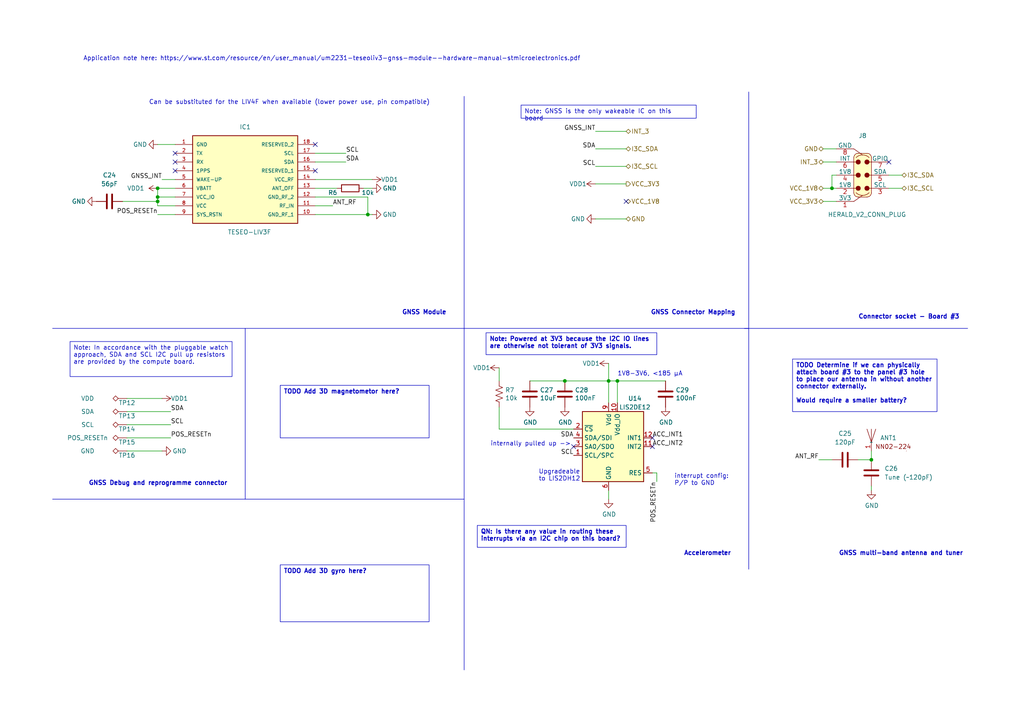
<source format=kicad_sch>
(kicad_sch (version 20230121) (generator eeschema)

  (uuid 9cbfbc8b-8558-4d7d-991b-4ad2d5373c0b)

  (paper "A4")

  (title_block
    (title "3D Positioning Board V1")
    (rev "1.0.0")
    (company "The Herald Project")
    (comment 1 "Copyright 2021-2023 All Rights Reserved")
    (comment 2 "Licensed under CERN OHL-P-V2")
  )

  (lib_symbols
    (symbol "Connector:TestPoint_Alt" (pin_numbers hide) (pin_names (offset 0.762) hide) (in_bom yes) (on_board yes)
      (property "Reference" "TP" (at 0 6.858 0)
        (effects (font (size 1.27 1.27)))
      )
      (property "Value" "TestPoint_Alt" (at 0 5.08 0)
        (effects (font (size 1.27 1.27)))
      )
      (property "Footprint" "" (at 5.08 0 0)
        (effects (font (size 1.27 1.27)) hide)
      )
      (property "Datasheet" "~" (at 5.08 0 0)
        (effects (font (size 1.27 1.27)) hide)
      )
      (property "ki_keywords" "test point tp" (at 0 0 0)
        (effects (font (size 1.27 1.27)) hide)
      )
      (property "ki_description" "test point (alternative shape)" (at 0 0 0)
        (effects (font (size 1.27 1.27)) hide)
      )
      (property "ki_fp_filters" "Pin* Test*" (at 0 0 0)
        (effects (font (size 1.27 1.27)) hide)
      )
      (symbol "TestPoint_Alt_0_1"
        (polyline
          (pts
            (xy 0 2.54)
            (xy -0.762 3.302)
            (xy 0 4.064)
            (xy 0.762 3.302)
            (xy 0 2.54)
          )
          (stroke (width 0) (type default))
          (fill (type none))
        )
      )
      (symbol "TestPoint_Alt_1_1"
        (pin passive line (at 0 0 90) (length 2.54)
          (name "1" (effects (font (size 1.27 1.27))))
          (number "1" (effects (font (size 1.27 1.27))))
        )
      )
    )
    (symbol "Device:C" (pin_numbers hide) (pin_names (offset 0.254)) (in_bom yes) (on_board yes)
      (property "Reference" "C" (at 0.635 2.54 0)
        (effects (font (size 1.27 1.27)) (justify left))
      )
      (property "Value" "C" (at 0.635 -2.54 0)
        (effects (font (size 1.27 1.27)) (justify left))
      )
      (property "Footprint" "" (at 0.9652 -3.81 0)
        (effects (font (size 1.27 1.27)) hide)
      )
      (property "Datasheet" "~" (at 0 0 0)
        (effects (font (size 1.27 1.27)) hide)
      )
      (property "ki_keywords" "cap capacitor" (at 0 0 0)
        (effects (font (size 1.27 1.27)) hide)
      )
      (property "ki_description" "Unpolarized capacitor" (at 0 0 0)
        (effects (font (size 1.27 1.27)) hide)
      )
      (property "ki_fp_filters" "C_*" (at 0 0 0)
        (effects (font (size 1.27 1.27)) hide)
      )
      (symbol "C_0_1"
        (polyline
          (pts
            (xy -2.032 -0.762)
            (xy 2.032 -0.762)
          )
          (stroke (width 0.508) (type default))
          (fill (type none))
        )
        (polyline
          (pts
            (xy -2.032 0.762)
            (xy 2.032 0.762)
          )
          (stroke (width 0.508) (type default))
          (fill (type none))
        )
      )
      (symbol "C_1_1"
        (pin passive line (at 0 3.81 270) (length 2.794)
          (name "~" (effects (font (size 1.27 1.27))))
          (number "1" (effects (font (size 1.27 1.27))))
        )
        (pin passive line (at 0 -3.81 90) (length 2.794)
          (name "~" (effects (font (size 1.27 1.27))))
          (number "2" (effects (font (size 1.27 1.27))))
        )
      )
    )
    (symbol "Device:R" (pin_numbers hide) (pin_names (offset 0)) (in_bom yes) (on_board yes)
      (property "Reference" "R" (at 2.032 0 90)
        (effects (font (size 1.27 1.27)))
      )
      (property "Value" "R" (at 0 0 90)
        (effects (font (size 1.27 1.27)))
      )
      (property "Footprint" "" (at -1.778 0 90)
        (effects (font (size 1.27 1.27)) hide)
      )
      (property "Datasheet" "~" (at 0 0 0)
        (effects (font (size 1.27 1.27)) hide)
      )
      (property "ki_keywords" "R res resistor" (at 0 0 0)
        (effects (font (size 1.27 1.27)) hide)
      )
      (property "ki_description" "Resistor" (at 0 0 0)
        (effects (font (size 1.27 1.27)) hide)
      )
      (property "ki_fp_filters" "R_*" (at 0 0 0)
        (effects (font (size 1.27 1.27)) hide)
      )
      (symbol "R_0_1"
        (rectangle (start -1.016 -2.54) (end 1.016 2.54)
          (stroke (width 0.254) (type default))
          (fill (type none))
        )
      )
      (symbol "R_1_1"
        (pin passive line (at 0 3.81 270) (length 1.27)
          (name "~" (effects (font (size 1.27 1.27))))
          (number "1" (effects (font (size 1.27 1.27))))
        )
        (pin passive line (at 0 -3.81 90) (length 1.27)
          (name "~" (effects (font (size 1.27 1.27))))
          (number "2" (effects (font (size 1.27 1.27))))
        )
      )
    )
    (symbol "Device:R_US" (pin_numbers hide) (pin_names (offset 0)) (in_bom yes) (on_board yes)
      (property "Reference" "R" (at 2.54 0 90)
        (effects (font (size 1.27 1.27)))
      )
      (property "Value" "R_US" (at -2.54 0 90)
        (effects (font (size 1.27 1.27)))
      )
      (property "Footprint" "" (at 1.016 -0.254 90)
        (effects (font (size 1.27 1.27)) hide)
      )
      (property "Datasheet" "~" (at 0 0 0)
        (effects (font (size 1.27 1.27)) hide)
      )
      (property "ki_keywords" "R res resistor" (at 0 0 0)
        (effects (font (size 1.27 1.27)) hide)
      )
      (property "ki_description" "Resistor, US symbol" (at 0 0 0)
        (effects (font (size 1.27 1.27)) hide)
      )
      (property "ki_fp_filters" "R_*" (at 0 0 0)
        (effects (font (size 1.27 1.27)) hide)
      )
      (symbol "R_US_0_1"
        (polyline
          (pts
            (xy 0 -2.286)
            (xy 0 -2.54)
          )
          (stroke (width 0) (type default))
          (fill (type none))
        )
        (polyline
          (pts
            (xy 0 2.286)
            (xy 0 2.54)
          )
          (stroke (width 0) (type default))
          (fill (type none))
        )
        (polyline
          (pts
            (xy 0 -0.762)
            (xy 1.016 -1.143)
            (xy 0 -1.524)
            (xy -1.016 -1.905)
            (xy 0 -2.286)
          )
          (stroke (width 0) (type default))
          (fill (type none))
        )
        (polyline
          (pts
            (xy 0 0.762)
            (xy 1.016 0.381)
            (xy 0 0)
            (xy -1.016 -0.381)
            (xy 0 -0.762)
          )
          (stroke (width 0) (type default))
          (fill (type none))
        )
        (polyline
          (pts
            (xy 0 2.286)
            (xy 1.016 1.905)
            (xy 0 1.524)
            (xy -1.016 1.143)
            (xy 0 0.762)
          )
          (stroke (width 0) (type default))
          (fill (type none))
        )
      )
      (symbol "R_US_1_1"
        (pin passive line (at 0 3.81 270) (length 1.27)
          (name "~" (effects (font (size 1.27 1.27))))
          (number "1" (effects (font (size 1.27 1.27))))
        )
        (pin passive line (at 0 -3.81 90) (length 1.27)
          (name "~" (effects (font (size 1.27 1.27))))
          (number "2" (effects (font (size 1.27 1.27))))
        )
      )
    )
    (symbol "Herald_Extras:HERALD_V2_CONN_PLUG" (pin_names (offset 0)) (in_bom yes) (on_board yes)
      (property "Reference" "J" (at 0 11.43 0)
        (effects (font (size 1.27 1.27)))
      )
      (property "Value" "HERALD_V2_CONN_PLUG" (at 0 -11.43 0)
        (effects (font (size 1.27 1.27)))
      )
      (property "Footprint" "" (at 0 3.81 0)
        (effects (font (size 1.27 1.27)) hide)
      )
      (property "Datasheet" "https://ele.kyocera.com/assets/products/connector/specification/201035861003.pdf" (at 1.27 -15.24 0)
        (effects (font (size 1.27 1.27)) hide)
      )
      (property "ki_keywords" "kyocera, 245861006004829+, 5861, herald, plug" (at 0 0 0)
        (effects (font (size 1.27 1.27)) hide)
      )
      (property "ki_description" "Herald extension boards plug connector. Kyocera 245861006004829+" (at 0 0 0)
        (effects (font (size 1.27 1.27)) hide)
      )
      (symbol "HERALD_V2_CONN_PLUG_0_1"
        (polyline
          (pts
            (xy -2.54 -7.62)
            (xy 0 -5.842)
          )
          (stroke (width 0) (type default))
          (fill (type none))
        )
        (polyline
          (pts
            (xy -2.54 -3.81)
            (xy -1.905 -3.81)
          )
          (stroke (width 0) (type default))
          (fill (type none))
        )
        (polyline
          (pts
            (xy -2.54 0)
            (xy -1.905 0)
          )
          (stroke (width 0) (type default))
          (fill (type none))
        )
        (polyline
          (pts
            (xy -2.54 3.81)
            (xy -1.905 3.81)
          )
          (stroke (width 0) (type default))
          (fill (type none))
        )
        (polyline
          (pts
            (xy -2.54 7.62)
            (xy 0 5.842)
          )
          (stroke (width 0) (type default))
          (fill (type none))
        )
        (polyline
          (pts
            (xy 2.54 -3.81)
            (xy 1.905 -3.81)
          )
          (stroke (width 0) (type default))
          (fill (type none))
        )
        (polyline
          (pts
            (xy 2.54 0)
            (xy 1.905 0)
          )
          (stroke (width 0) (type default))
          (fill (type none))
        )
        (polyline
          (pts
            (xy 2.54 3.81)
            (xy 1.905 3.81)
          )
          (stroke (width 0) (type default))
          (fill (type none))
        )
      )
      (symbol "HERALD_V2_CONN_PLUG_1_1"
        (arc (start -2.54 -5.08) (mid -2.168 -5.978) (end -1.27 -6.35)
          (stroke (width 0) (type default))
          (fill (type background))
        )
        (rectangle (start -2.54 5.08) (end 2.54 -5.08)
          (stroke (width -0.0001) (type default))
          (fill (type background))
        )
        (arc (start -1.905 -5.08) (mid 0 -5.8677) (end 1.905 -5.08)
          (stroke (width 0) (type default))
          (fill (type none))
        )
        (rectangle (start -1.27 -5.08) (end 1.27 -6.35)
          (stroke (width -0.0001) (type default))
          (fill (type background))
        )
        (circle (center -1.27 -3.81) (radius 0.635)
          (stroke (width 0) (type default))
          (fill (type outline))
        )
        (circle (center -1.27 0) (radius 0.635)
          (stroke (width 0) (type default))
          (fill (type outline))
        )
        (circle (center -1.27 3.81) (radius 0.635)
          (stroke (width 0) (type default))
          (fill (type outline))
        )
        (arc (start -1.27 6.35) (mid -2.168 5.978) (end -2.54 5.08)
          (stroke (width 0) (type default))
          (fill (type background))
        )
        (rectangle (start -1.27 6.35) (end 1.27 5.08)
          (stroke (width -0.0001) (type default))
          (fill (type background))
        )
        (polyline
          (pts
            (xy -2.54 5.08)
            (xy -2.54 -5.08)
          )
          (stroke (width 0) (type default))
          (fill (type none))
        )
        (polyline
          (pts
            (xy -1.27 -6.35)
            (xy 1.27 -6.35)
          )
          (stroke (width 0) (type default))
          (fill (type none))
        )
        (polyline
          (pts
            (xy -1.27 6.35)
            (xy 1.27 6.35)
          )
          (stroke (width 0) (type default))
          (fill (type none))
        )
        (polyline
          (pts
            (xy 2.54 -5.08)
            (xy 2.54 5.08)
          )
          (stroke (width 0) (type default))
          (fill (type none))
        )
        (arc (start 1.27 -6.35) (mid 2.168 -5.978) (end 2.54 -5.08)
          (stroke (width 0) (type default))
          (fill (type background))
        )
        (circle (center 1.27 -3.81) (radius 0.635)
          (stroke (width 0) (type default))
          (fill (type outline))
        )
        (circle (center 1.27 0) (radius 0.635)
          (stroke (width 0) (type default))
          (fill (type outline))
        )
        (circle (center 1.27 3.81) (radius 0.635)
          (stroke (width 0) (type default))
          (fill (type outline))
        )
        (arc (start 1.905 5.0841) (mid 0 5.872) (end -1.905 5.0841)
          (stroke (width 0) (type default))
          (fill (type none))
        )
        (arc (start 2.54 5.08) (mid 2.168 5.978) (end 1.27 6.35)
          (stroke (width 0) (type default))
          (fill (type background))
        )
        (text private "Note: Signal (and 1V8 pins) are each max 0.5A, 3V3 and GND are both max 5A" (at 1.27 -22.86 0)
          (effects (font (face "KiCad Font") (size 1.27 1.27)))
        )
        (text private "Note: You MUST join both 1V8 pins together immediately to allow greater current." (at 1.27 -19.05 0)
          (effects (font (face "KiCad Font") (size 1.27 1.27)))
        )
        (pin passive line (at -7.62 -7.62 0) (length 5.08)
          (name "3V3" (effects (font (size 1.27 1.27))))
          (number "1" (effects (font (size 1.27 1.27))))
        )
        (pin passive line (at -7.62 -3.81 0) (length 5.08)
          (name "1V8" (effects (font (size 1.27 1.27))))
          (number "2" (effects (font (size 1.27 1.27))))
        )
        (pin passive line (at 7.62 -3.81 180) (length 5.08)
          (name "SCL" (effects (font (size 1.27 1.27))))
          (number "3" (effects (font (size 1.27 1.27))))
        )
        (pin passive line (at -7.62 0 0) (length 5.08)
          (name "1V8" (effects (font (size 1.27 1.27))))
          (number "4" (effects (font (size 1.27 1.27))))
        )
        (pin bidirectional line (at 7.62 0 180) (length 5.08)
          (name "SDA" (effects (font (size 1.27 1.27))))
          (number "5" (effects (font (size 1.27 1.27))))
        )
        (pin bidirectional line (at -7.62 3.81 0) (length 5.08)
          (name "INT" (effects (font (size 1.27 1.27))))
          (number "6" (effects (font (size 1.27 1.27))))
        )
        (pin bidirectional line (at 7.62 3.81 180) (length 5.08)
          (name "GPIO" (effects (font (size 1.27 1.27))))
          (number "7" (effects (font (size 1.27 1.27))))
        )
        (pin passive line (at -7.62 7.62 0) (length 5.08)
          (name "GND" (effects (font (size 1.27 1.27))))
          (number "8" (effects (font (size 1.27 1.27))))
        )
      )
    )
    (symbol "Herald_Extras:TESEO-LIV3F" (pin_names (offset 1.016)) (in_bom yes) (on_board yes)
      (property "Reference" "IC" (at 6.35 5.08 0)
        (effects (font (size 1.27 1.27)) (justify left))
      )
      (property "Value" "TESEO-LIV3F" (at 26.67 -25.4 0)
        (effects (font (size 1.27 1.27)) (justify left))
      )
      (property "Footprint" "SON110P970X1010X230-18N" (at 20.32 2.54 0)
        (effects (font (size 1.27 1.27)) (justify bottom) hide)
      )
      (property "Datasheet" "" (at 0 0 0)
        (effects (font (size 1.27 1.27)) hide)
      )
      (property "MANUFACTURER_NAME" "STMicroelectronics" (at 20.32 -6.35 0)
        (effects (font (size 1.27 1.27)) (justify bottom) hide)
      )
      (property "MOUSER_PRICE-STOCK" "https://www.mouser.com/Search/Refine.aspx?Keyword=511-TESEO-LIV3F" (at 21.59 -29.21 0)
        (effects (font (size 0.9 0.9)) (justify bottom) hide)
      )
      (property "DESCRIPTION" "GPS Modules Tiny GNSS module" (at 10.16 -26.67 0)
        (effects (font (size 1.27 1.27)) (justify bottom) hide)
      )
      (property "MOUSER_PART_NUMBER" "511-TESEO-LIV3F" (at 20.32 -3.81 0)
        (effects (font (size 1.27 1.27)) (justify bottom) hide)
      )
      (property "HEIGHT" "2.3mm" (at 19.05 -16.51 0)
        (effects (font (size 1.27 1.27)) (justify bottom) hide)
      )
      (property "MANUFACTURER_PART_NUMBER" "TESEO-LIV3F" (at 19.05 -13.97 0)
        (effects (font (size 1.27 1.27)) (justify bottom) hide)
      )
      (property "ki_keywords" "gnss,gps,positioning,teseo" (at 0 0 0)
        (effects (font (size 1.27 1.27)) hide)
      )
      (property "ki_description" "GNSS/GPS module from Teseo" (at 0 0 0)
        (effects (font (size 1.27 1.27)) hide)
      )
      (symbol "TESEO-LIV3F_0_0"
        (rectangle (start 5.08 2.54) (end 35.56 -22.86)
          (stroke (width 0.254) (type default))
          (fill (type background))
        )
        (pin bidirectional line (at 40.64 -17.78 180) (length 5.08)
          (name "RF_IN" (effects (font (size 1.016 1.016))))
          (number "11" (effects (font (size 1.016 1.016))))
        )
        (pin bidirectional line (at 40.64 -12.7 180) (length 5.08)
          (name "ANT_OFF" (effects (font (size 1.016 1.016))))
          (number "13" (effects (font (size 1.016 1.016))))
        )
        (pin bidirectional line (at 40.64 -7.62 180) (length 5.08)
          (name "RESERVED_1" (effects (font (size 1.016 1.016))))
          (number "15" (effects (font (size 1.016 1.016))))
        )
        (pin bidirectional line (at 40.64 -5.08 180) (length 5.08)
          (name "SDA" (effects (font (size 1.016 1.016))))
          (number "16" (effects (font (size 1.016 1.016))))
        )
        (pin bidirectional line (at 40.64 0 180) (length 5.08)
          (name "RESERVED_2" (effects (font (size 1.016 1.016))))
          (number "18" (effects (font (size 1.016 1.016))))
        )
        (pin bidirectional line (at 0 -2.54 0) (length 5.08)
          (name "TX" (effects (font (size 1.016 1.016))))
          (number "2" (effects (font (size 1.016 1.016))))
        )
        (pin bidirectional line (at 0 -5.08 0) (length 5.08)
          (name "RX" (effects (font (size 1.016 1.016))))
          (number "3" (effects (font (size 1.016 1.016))))
        )
        (pin bidirectional line (at 0 -7.62 0) (length 5.08)
          (name "1PPS" (effects (font (size 1.016 1.016))))
          (number "4" (effects (font (size 1.016 1.016))))
        )
        (pin bidirectional line (at 0 -10.16 0) (length 5.08)
          (name "WAKE-UP" (effects (font (size 1.016 1.016))))
          (number "5" (effects (font (size 1.016 1.016))))
        )
      )
      (symbol "TESEO-LIV3F_1_0"
        (pin power_in line (at 0 0 0) (length 5.08)
          (name "GND" (effects (font (size 1.016 1.016))))
          (number "1" (effects (font (size 1.016 1.016))))
        )
        (pin power_in line (at 40.64 -20.32 180) (length 5.08)
          (name "GND_RF_1" (effects (font (size 1.016 1.016))))
          (number "10" (effects (font (size 1.016 1.016))))
        )
        (pin power_in line (at 40.64 -15.24 180) (length 5.08)
          (name "GND_RF_2" (effects (font (size 1.016 1.016))))
          (number "12" (effects (font (size 1.016 1.016))))
        )
        (pin power_in line (at 40.64 -10.16 180) (length 5.08)
          (name "VCC_RF" (effects (font (size 1.016 1.016))))
          (number "14" (effects (font (size 1.016 1.016))))
        )
        (pin passive line (at 40.64 -2.54 180) (length 5.08)
          (name "SCL" (effects (font (size 1.016 1.016))))
          (number "17" (effects (font (size 1.016 1.016))))
        )
        (pin power_in line (at 0 -12.7 0) (length 5.08)
          (name "VBATT" (effects (font (size 1.016 1.016))))
          (number "6" (effects (font (size 1.016 1.016))))
        )
        (pin passive line (at 0 -15.24 0) (length 5.08)
          (name "VCC_IO" (effects (font (size 1.016 1.016))))
          (number "7" (effects (font (size 1.016 1.016))))
        )
        (pin power_in line (at 0 -17.78 0) (length 5.08)
          (name "VCC" (effects (font (size 1.016 1.016))))
          (number "8" (effects (font (size 1.016 1.016))))
        )
        (pin input line (at 0 -20.32 0) (length 5.08)
          (name "SYS_RSTN" (effects (font (size 1.016 1.016))))
          (number "9" (effects (font (size 1.016 1.016))))
        )
      )
    )
    (symbol "Herald_Extras:VDD1" (power) (pin_names (offset 0)) (in_bom yes) (on_board yes)
      (property "Reference" "#PWR" (at 0 -3.81 0)
        (effects (font (size 1.27 1.27)) hide)
      )
      (property "Value" "VDD1" (at 0 3.81 0)
        (effects (font (size 1.27 1.27)))
      )
      (property "Footprint" "" (at 0 0 0)
        (effects (font (size 1.27 1.27)) hide)
      )
      (property "Datasheet" "" (at 0 0 0)
        (effects (font (size 1.27 1.27)) hide)
      )
      (property "ki_keywords" "power-flag" (at 0 0 0)
        (effects (font (size 1.27 1.27)) hide)
      )
      (property "ki_description" "Power symbol creates a global label with name \"VDD1\"" (at 0 0 0)
        (effects (font (size 1.27 1.27)) hide)
      )
      (symbol "VDD1_0_1"
        (polyline
          (pts
            (xy -0.762 1.27)
            (xy 0 2.54)
          )
          (stroke (width 0) (type solid))
          (fill (type none))
        )
        (polyline
          (pts
            (xy 0 0)
            (xy 0 2.54)
          )
          (stroke (width 0) (type solid))
          (fill (type none))
        )
        (polyline
          (pts
            (xy 0 2.54)
            (xy 0.762 1.27)
          )
          (stroke (width 0) (type solid))
          (fill (type none))
        )
      )
      (symbol "VDD1_1_1"
        (pin power_in line (at 0 0 90) (length 0) hide
          (name "VDD1" (effects (font (size 1.27 1.27))))
          (number "1" (effects (font (size 1.27 1.27))))
        )
      )
    )
    (symbol "NN02-224_1" (in_bom yes) (on_board yes)
      (property "Reference" "ANT" (at 5.08 1.27 0)
        (effects (font (size 1.27 1.27)))
      )
      (property "Value" "" (at 0 0 0)
        (effects (font (size 1.27 1.27)))
      )
      (property "Footprint" "" (at 0 0 0)
        (effects (font (size 1.27 1.27)) hide)
      )
      (property "Datasheet" "" (at 0 0 0)
        (effects (font (size 1.27 1.27)) hide)
      )
      (symbol "NN02-224_1_0_1"
        (rectangle (start 10.16 -2.54) (end 10.16 -2.54)
          (stroke (width 0) (type default))
          (fill (type none))
        )
      )
      (symbol "NN02-224_1_1_1"
        (polyline
          (pts
            (xy 0 0)
            (xy -1.27 3.81)
          )
          (stroke (width 0) (type default))
          (fill (type none))
        )
        (polyline
          (pts
            (xy 0 0)
            (xy 0 3.81)
          )
          (stroke (width 0) (type default))
          (fill (type none))
        )
        (polyline
          (pts
            (xy 0 0)
            (xy 1.27 3.81)
          )
          (stroke (width 0) (type default))
          (fill (type none))
        )
        (text private "Application Note for GNSS here:-\nhttps://ignion.io/files/AN_GPS-GLONASS-and-BeiDou-in-a-single-antenna.pdf" (at 1.27 -13.97 0)
          (effects (font (size 0.9 0.9)))
        )
        (text "NN02-224" (at 6.35 -1.27 0)
          (effects (font (size 1.27 1.27)))
        )
        (text private "RUN mXTEND" (at 8.89 -7.62 0)
          (effects (font (size 1.27 1.27)))
        )
        (text private "Symbol provided by The Herald Project\nhttps://github.com/theheraldproject/herald-hardware" (at 1.27 -17.78 0)
          (effects (font (size 0.9 0.9)))
        )
        (pin bidirectional line (at 0 -2.54 90) (length 2.54)
          (name "" (effects (font (size 1.27 1.27))))
          (number "1" (effects (font (size 1.27 1.27))))
        )
      )
    )
    (symbol "Sensor_Motion:LIS2DE12" (in_bom yes) (on_board yes)
      (property "Reference" "U" (at -5.08 11.43 0)
        (effects (font (size 1.27 1.27)) (justify right))
      )
      (property "Value" "LIS2DE12" (at 3.81 11.43 0)
        (effects (font (size 1.27 1.27)) (justify left))
      )
      (property "Footprint" "Package_LGA:LGA-12_2x2mm_P0.5mm" (at 3.81 13.97 0)
        (effects (font (size 1.27 1.27)) (justify left) hide)
      )
      (property "Datasheet" "https://www.st.com/resource/en/datasheet/lis2DE12.pdf" (at -8.89 0 0)
        (effects (font (size 1.27 1.27)) hide)
      )
      (property "ki_keywords" "3-axis accelerometer spi mems" (at 0 0 0)
        (effects (font (size 1.27 1.27)) hide)
      )
      (property "ki_description" "3-Axis Accelerometer, 2/4/8/16g range, I2C/SPI interface" (at 0 0 0)
        (effects (font (size 1.27 1.27)) hide)
      )
      (property "ki_fp_filters" "LGA*2x2mm*P0.5mm*" (at 0 0 0)
        (effects (font (size 1.27 1.27)) hide)
      )
      (symbol "LIS2DE12_0_1"
        (rectangle (start -7.62 10.16) (end 10.16 -10.16)
          (stroke (width 0.254) (type default))
          (fill (type background))
        )
      )
      (symbol "LIS2DE12_1_1"
        (pin input line (at -10.16 -2.54 0) (length 2.54)
          (name "SCL/SPC" (effects (font (size 1.27 1.27))))
          (number "1" (effects (font (size 1.27 1.27))))
        )
        (pin power_in line (at 2.54 12.7 270) (length 2.54)
          (name "Vdd_IO" (effects (font (size 1.27 1.27))))
          (number "10" (effects (font (size 1.27 1.27))))
        )
        (pin output line (at 12.7 0 180) (length 2.54)
          (name "INT2" (effects (font (size 1.27 1.27))))
          (number "11" (effects (font (size 1.27 1.27))))
        )
        (pin output line (at 12.7 2.54 180) (length 2.54)
          (name "INT1" (effects (font (size 1.27 1.27))))
          (number "12" (effects (font (size 1.27 1.27))))
        )
        (pin input line (at -10.16 5.08 0) (length 2.54)
          (name "~{CS}" (effects (font (size 1.27 1.27))))
          (number "2" (effects (font (size 1.27 1.27))))
        )
        (pin bidirectional line (at -10.16 0 0) (length 2.54)
          (name "SA0/SDO" (effects (font (size 1.27 1.27))))
          (number "3" (effects (font (size 1.27 1.27))))
        )
        (pin bidirectional line (at -10.16 2.54 0) (length 2.54)
          (name "SDA/SDI" (effects (font (size 1.27 1.27))))
          (number "4" (effects (font (size 1.27 1.27))))
        )
        (pin passive line (at 12.7 -7.62 180) (length 2.54)
          (name "RES" (effects (font (size 1.27 1.27))))
          (number "5" (effects (font (size 1.27 1.27))))
        )
        (pin power_in line (at 0 -12.7 90) (length 2.54)
          (name "GND" (effects (font (size 1.27 1.27))))
          (number "6" (effects (font (size 1.27 1.27))))
        )
        (pin passive line (at 0 -12.7 90) (length 2.54) hide
          (name "GND" (effects (font (size 1.27 1.27))))
          (number "7" (effects (font (size 1.27 1.27))))
        )
        (pin passive line (at 0 -12.7 90) (length 2.54) hide
          (name "GND" (effects (font (size 1.27 1.27))))
          (number "8" (effects (font (size 1.27 1.27))))
        )
        (pin power_in line (at 0 12.7 270) (length 2.54)
          (name "Vdd" (effects (font (size 1.27 1.27))))
          (number "9" (effects (font (size 1.27 1.27))))
        )
      )
    )
    (symbol "power:GND" (power) (pin_names (offset 0)) (in_bom yes) (on_board yes)
      (property "Reference" "#PWR" (at 0 -6.35 0)
        (effects (font (size 1.27 1.27)) hide)
      )
      (property "Value" "GND" (at 0 -3.81 0)
        (effects (font (size 1.27 1.27)))
      )
      (property "Footprint" "" (at 0 0 0)
        (effects (font (size 1.27 1.27)) hide)
      )
      (property "Datasheet" "" (at 0 0 0)
        (effects (font (size 1.27 1.27)) hide)
      )
      (property "ki_keywords" "global power" (at 0 0 0)
        (effects (font (size 1.27 1.27)) hide)
      )
      (property "ki_description" "Power symbol creates a global label with name \"GND\" , ground" (at 0 0 0)
        (effects (font (size 1.27 1.27)) hide)
      )
      (symbol "GND_0_1"
        (polyline
          (pts
            (xy 0 0)
            (xy 0 -1.27)
            (xy 1.27 -1.27)
            (xy 0 -2.54)
            (xy -1.27 -1.27)
            (xy 0 -1.27)
          )
          (stroke (width 0) (type default))
          (fill (type none))
        )
      )
      (symbol "GND_1_1"
        (pin power_in line (at 0 0 270) (length 0) hide
          (name "GND" (effects (font (size 1.27 1.27))))
          (number "1" (effects (font (size 1.27 1.27))))
        )
      )
    )
  )

  (junction (at 163.83 110.49) (diameter 0) (color 0 0 0 0)
    (uuid 498f93b1-fa92-46cc-a78a-8552261746ea)
  )
  (junction (at 241.3 54.61) (diameter 0) (color 0 0 0 0)
    (uuid 52745b98-2cd7-485a-aafa-69d21ba26123)
  )
  (junction (at 45.72 54.61) (diameter 0) (color 0 0 0 0)
    (uuid 68d83102-a635-4b4d-a263-18917b270774)
  )
  (junction (at 106.68 62.23) (diameter 0) (color 0 0 0 0)
    (uuid a8ec8ae7-2ea4-4f73-a541-f80d50ff81a2)
  )
  (junction (at 176.53 110.49) (diameter 0) (color 0 0 0 0)
    (uuid aa0a0ec2-3527-4e1f-b5d5-b22cf781ba74)
  )
  (junction (at 45.72 58.42) (diameter 0) (color 0 0 0 0)
    (uuid c4847d4b-789e-4760-91ff-3575aa1b3f3c)
  )
  (junction (at 252.73 133.35) (diameter 0) (color 0 0 0 0)
    (uuid d03f3a3f-b91e-4bc5-882c-c218998ab51d)
  )
  (junction (at 45.72 57.15) (diameter 0) (color 0 0 0 0)
    (uuid d73704f3-7628-4629-a228-a9f0ea9e8b1e)
  )
  (junction (at 179.07 110.49) (diameter 0) (color 0 0 0 0)
    (uuid f7120c3d-09db-4f80-9e5d-c963a272dec0)
  )

  (no_connect (at 189.23 127) (uuid 01c41123-b42a-4cad-a61b-73d9c52c9af5))
  (no_connect (at 189.23 129.54) (uuid 3c816b8b-704b-4600-9298-69c7fe0511b6))
  (no_connect (at 91.44 41.91) (uuid 46792089-38c3-4018-a9b2-5afbfcb4a562))
  (no_connect (at 91.44 49.53) (uuid 61b0f75c-86ce-4eaa-a38b-d796de79f8a3))
  (no_connect (at 50.8 49.53) (uuid 81c8a29a-623f-4d3b-87b3-7cfc1e9ce91f))
  (no_connect (at 181.61 58.42) (uuid 8e80789e-8ccf-463b-8fc8-ea7d546841dc))
  (no_connect (at 50.8 46.99) (uuid b39c62ca-a07e-4ce0-9642-72b11fdd2b78))
  (no_connect (at 50.8 44.45) (uuid effd7e59-78f0-4446-a254-2d97a3f18729))
  (no_connect (at 166.37 129.54) (uuid f34a6ef2-264b-49c0-9bdc-f1f906e230b4))
  (no_connect (at 257.81 46.99) (uuid f85e6bab-30b1-4367-b3b8-05b4f685a13c))

  (polyline (pts (xy 15.24 95.25) (xy 280.67 95.25))
    (stroke (width 0) (type default))
    (uuid 07269776-fdfa-492c-84d5-3dd41ba21ac2)
  )

  (wire (pts (xy 248.92 133.35) (xy 252.73 133.35))
    (stroke (width 0) (type default))
    (uuid 0767eae3-e950-43d9-bf8b-cec6cec48cdf)
  )
  (wire (pts (xy 252.73 130.81) (xy 252.73 133.35))
    (stroke (width 0) (type default))
    (uuid 07d421ba-ffa0-4381-8ef9-7b489a5a57f7)
  )
  (wire (pts (xy 172.72 43.18) (xy 181.61 43.18))
    (stroke (width 0) (type default))
    (uuid 0b1805bf-85f7-4940-b96d-f1d545f968f8)
  )
  (wire (pts (xy 36.83 115.57) (xy 46.99 115.57))
    (stroke (width 0) (type default))
    (uuid 1132c4f1-e9bf-4021-b4fb-c66292db08b1)
  )
  (wire (pts (xy 252.73 142.24) (xy 252.73 140.97))
    (stroke (width 0) (type default))
    (uuid 1197e376-39d8-4b7f-92db-19064d4e9ff2)
  )
  (wire (pts (xy 91.44 44.45) (xy 100.33 44.45))
    (stroke (width 0) (type default))
    (uuid 204564c3-22dd-4892-a40b-ba138cd89aa0)
  )
  (wire (pts (xy 238.76 43.18) (xy 242.57 43.18))
    (stroke (width 0) (type default))
    (uuid 23510aab-9441-4882-ab80-5ae5c66b0ee2)
  )
  (wire (pts (xy 163.83 110.49) (xy 176.53 110.49))
    (stroke (width 0) (type default))
    (uuid 38cb9024-3a59-4a45-aef1-f77b8822aa46)
  )
  (polyline (pts (xy 217.17 165.1) (xy 217.17 95.25))
    (stroke (width 0) (type default))
    (uuid 3b655846-eefd-4cfc-a1d9-8a81316d6702)
  )

  (wire (pts (xy 45.72 54.61) (xy 50.8 54.61))
    (stroke (width 0) (type default))
    (uuid 3cf868a7-0bbf-44e7-a0c0-dab411a8528b)
  )
  (wire (pts (xy 36.83 123.19) (xy 49.53 123.19))
    (stroke (width 0) (type default))
    (uuid 486bddff-cb77-4497-8ccc-88af59c3caa2)
  )
  (wire (pts (xy 45.72 58.42) (xy 45.72 59.69))
    (stroke (width 0) (type default))
    (uuid 4d8581cf-3e27-4446-a018-d01503614826)
  )
  (wire (pts (xy 166.37 124.46) (xy 144.78 124.46))
    (stroke (width 0) (type default))
    (uuid 4f1cef56-4200-4264-a5a8-624e0dfa56e8)
  )
  (wire (pts (xy 163.83 110.49) (xy 153.67 110.49))
    (stroke (width 0) (type default))
    (uuid 50cf870f-a05b-43bd-96fe-e2bada3a4ab6)
  )
  (wire (pts (xy 176.53 110.49) (xy 179.07 110.49))
    (stroke (width 0) (type default))
    (uuid 536a04e3-c64c-4b1d-8c9e-65b075ab33db)
  )
  (wire (pts (xy 91.44 46.99) (xy 100.33 46.99))
    (stroke (width 0) (type default))
    (uuid 54483bd0-5d9f-48b7-9f55-3fa6f77b198b)
  )
  (wire (pts (xy 241.3 54.61) (xy 242.57 54.61))
    (stroke (width 0) (type default))
    (uuid 56202004-6644-474b-ba1f-333ee9f81796)
  )
  (wire (pts (xy 176.53 110.49) (xy 176.53 116.84))
    (stroke (width 0) (type default))
    (uuid 5b3af0bc-0c0b-470d-8c61-ee503732a3f8)
  )
  (wire (pts (xy 190.5 139.7) (xy 190.5 137.16))
    (stroke (width 0) (type default))
    (uuid 5d462fb1-cf02-45f9-aa7b-6595b9cf7a32)
  )
  (wire (pts (xy 36.83 127) (xy 49.53 127))
    (stroke (width 0) (type default))
    (uuid 68858eb0-87b0-4a6d-bbac-cda31522b81a)
  )
  (wire (pts (xy 241.3 50.8) (xy 241.3 54.61))
    (stroke (width 0) (type default))
    (uuid 6ef2a182-87f7-44f5-ac8f-678a83f2e77b)
  )
  (wire (pts (xy 242.57 50.8) (xy 241.3 50.8))
    (stroke (width 0) (type default))
    (uuid 6f1c9af3-bd56-4f37-8f06-4938a38d522c)
  )
  (polyline (pts (xy 217.17 95.25) (xy 215.9 95.25))
    (stroke (width 0) (type default))
    (uuid 6ff313d9-183c-4a96-8ad3-7bd34129f39c)
  )

  (wire (pts (xy 91.44 57.15) (xy 106.68 57.15))
    (stroke (width 0) (type default))
    (uuid 75a87b3c-0a4a-4ddc-b74c-8fb22ad5704c)
  )
  (wire (pts (xy 144.78 124.46) (xy 144.78 118.11))
    (stroke (width 0) (type default))
    (uuid 7c9027ec-a4ff-489e-89d5-c973f1c28a53)
  )
  (wire (pts (xy 238.76 58.42) (xy 242.57 58.42))
    (stroke (width 0) (type default))
    (uuid 81539aaa-d771-4fff-9f04-e5a41b00a1dd)
  )
  (wire (pts (xy 36.83 119.38) (xy 49.53 119.38))
    (stroke (width 0) (type default))
    (uuid 8ca6e7b9-04dd-42de-98c3-4a8858ee5a67)
  )
  (wire (pts (xy 238.76 54.61) (xy 241.3 54.61))
    (stroke (width 0) (type default))
    (uuid 8f8dfdc7-627d-43ae-bacf-6b0ccedf7faa)
  )
  (wire (pts (xy 35.56 58.42) (xy 45.72 58.42))
    (stroke (width 0) (type default))
    (uuid 8feb6cee-e5e3-4200-9f85-f14a35c94e8e)
  )
  (wire (pts (xy 176.53 142.24) (xy 176.53 144.78))
    (stroke (width 0) (type default))
    (uuid 918a7f68-8098-44c8-9d3e-dac5b3125909)
  )
  (wire (pts (xy 190.5 137.16) (xy 189.23 137.16))
    (stroke (width 0) (type default))
    (uuid 948a30b5-7707-4e49-9644-4bfa598a09f7)
  )
  (wire (pts (xy 237.49 133.35) (xy 241.3 133.35))
    (stroke (width 0) (type default))
    (uuid 97da8932-7399-42c8-a385-c7f1cdb69ab0)
  )
  (polyline (pts (xy 71.12 95.25) (xy 71.12 144.78))
    (stroke (width 0) (type default))
    (uuid 9a37fd62-b557-4e21-af66-6a214c88b1c0)
  )

  (wire (pts (xy 45.72 57.15) (xy 45.72 58.42))
    (stroke (width 0) (type default))
    (uuid 9d4577d9-abfa-4d59-b4f3-317ea16b7964)
  )
  (polyline (pts (xy 15.24 144.78) (xy 134.62 144.78))
    (stroke (width 0) (type default))
    (uuid 9e114846-fe43-424d-9a9c-d158ab1cfc6c)
  )

  (wire (pts (xy 105.41 54.61) (xy 107.95 54.61))
    (stroke (width 0) (type default))
    (uuid a682f256-00fb-4651-ac3e-c5486c79361c)
  )
  (wire (pts (xy 91.44 54.61) (xy 97.79 54.61))
    (stroke (width 0) (type default))
    (uuid ab18daf4-f130-4709-a5b6-0bd38dd03f94)
  )
  (wire (pts (xy 91.44 59.69) (xy 96.52 59.69))
    (stroke (width 0) (type default))
    (uuid ab408c02-5998-46b9-9268-d2e2cfb99f9e)
  )
  (wire (pts (xy 172.72 63.5) (xy 181.61 63.5))
    (stroke (width 0) (type default))
    (uuid b0b1ef79-9b43-46e1-8fc4-a545fbfc87b6)
  )
  (wire (pts (xy 172.72 48.26) (xy 181.61 48.26))
    (stroke (width 0) (type default))
    (uuid b164e939-8339-4f96-9a06-e73171f72723)
  )
  (wire (pts (xy 257.81 50.8) (xy 261.62 50.8))
    (stroke (width 0) (type default))
    (uuid b27961be-879b-4951-82b9-013e6b533072)
  )
  (wire (pts (xy 238.76 46.99) (xy 242.57 46.99))
    (stroke (width 0) (type default))
    (uuid b38b5812-a42a-4e87-a539-71cdf7428d9c)
  )
  (wire (pts (xy 45.72 54.61) (xy 45.72 57.15))
    (stroke (width 0) (type default))
    (uuid b3bfb0a1-5eb9-4f36-a208-b989b9a8772e)
  )
  (wire (pts (xy 36.83 130.81) (xy 46.99 130.81))
    (stroke (width 0) (type default))
    (uuid bc0d5fa3-af8f-49e4-ab74-e7ca88d6fe89)
  )
  (wire (pts (xy 144.78 106.68) (xy 144.78 110.49))
    (stroke (width 0) (type default))
    (uuid bf3f8eea-22f8-4ea9-a53e-7d72f6ee234b)
  )
  (polyline (pts (xy 134.62 95.25) (xy 134.62 194.31))
    (stroke (width 0) (type default))
    (uuid c453ddd7-c80f-4ae3-9102-36a3111cb756)
  )

  (wire (pts (xy 172.72 53.34) (xy 181.61 53.34))
    (stroke (width 0) (type default))
    (uuid c4eeb9fe-cadf-461b-94ce-f878a553c580)
  )
  (wire (pts (xy 45.72 59.69) (xy 50.8 59.69))
    (stroke (width 0) (type default))
    (uuid ca124cfc-430b-4193-b510-a30bed209c15)
  )
  (wire (pts (xy 46.99 52.07) (xy 50.8 52.07))
    (stroke (width 0) (type default))
    (uuid d2ba405a-e5d1-4725-a984-b93daa47bc7b)
  )
  (wire (pts (xy 179.07 110.49) (xy 193.04 110.49))
    (stroke (width 0) (type default))
    (uuid d3897a0f-f75b-4926-b2f0-71ced6c381e1)
  )
  (wire (pts (xy 45.72 57.15) (xy 50.8 57.15))
    (stroke (width 0) (type default))
    (uuid d84933da-d9bc-4139-83d8-c3a74179b5a2)
  )
  (wire (pts (xy 257.81 54.61) (xy 261.62 54.61))
    (stroke (width 0) (type default))
    (uuid d8ee1589-6a8e-446a-bfbe-18bc71e1a112)
  )
  (polyline (pts (xy 134.62 27.94) (xy 134.62 95.25))
    (stroke (width 0) (type default))
    (uuid ddf03a8b-ab94-4151-a6ee-3df7e0d89188)
  )

  (wire (pts (xy 45.72 41.91) (xy 50.8 41.91))
    (stroke (width 0) (type default))
    (uuid e07b0d9f-a7eb-4243-9721-07e58d5c9e2b)
  )
  (wire (pts (xy 106.68 57.15) (xy 106.68 62.23))
    (stroke (width 0) (type default))
    (uuid e334ee90-1b31-41bd-9b87-e3a591fd8906)
  )
  (wire (pts (xy 172.72 38.1) (xy 181.61 38.1))
    (stroke (width 0) (type default))
    (uuid e830d168-9e46-4e0d-9a55-09be78d8b378)
  )
  (wire (pts (xy 91.44 52.07) (xy 107.95 52.07))
    (stroke (width 0) (type default))
    (uuid ea156dff-4f59-4660-84cc-c1cf3b130ca0)
  )
  (wire (pts (xy 91.44 62.23) (xy 106.68 62.23))
    (stroke (width 0) (type default))
    (uuid ea665d1f-86e5-4247-85d1-dd46dae1a1bc)
  )
  (wire (pts (xy 179.07 110.49) (xy 179.07 116.84))
    (stroke (width 0) (type default))
    (uuid ef973497-dd51-4eda-a273-445218eec34a)
  )
  (wire (pts (xy 45.72 62.23) (xy 50.8 62.23))
    (stroke (width 0) (type default))
    (uuid f14303ca-6413-41f0-b5aa-d8d069f5cd92)
  )
  (polyline (pts (xy 217.17 26.67) (xy 217.17 95.25))
    (stroke (width 0) (type default))
    (uuid f34d3ebc-32b5-428a-aa75-c010145aaa7e)
  )

  (wire (pts (xy 176.53 105.41) (xy 176.53 110.49))
    (stroke (width 0) (type default))
    (uuid feada850-e554-47fa-a7b3-78336759652c)
  )
  (wire (pts (xy 107.95 62.23) (xy 106.68 62.23))
    (stroke (width 0) (type default))
    (uuid fed321ea-10aa-428e-86c1-91280f5dce10)
  )

  (text_box "Note: GNSS is the only wakeable IC on this board"
    (at 151.13 30.48 0) (size 50.8 3.81)
    (stroke (width 0) (type default))
    (fill (type none))
    (effects (font (size 1.27 1.27)) (justify left top))
    (uuid 3ff53836-3780-4e7e-8de2-177420762dfc)
  )
  (text_box "TODO Add 3D gyro here?"
    (at 81.28 163.83 0) (size 43.18 16.51)
    (stroke (width 0) (type default))
    (fill (type none))
    (effects (font (size 1.27 1.27) bold) (justify left top))
    (uuid 402c56be-4cc7-496e-8b08-698b033d16b4)
  )
  (text_box "Note: In accordance with the pluggable watch approach, SDA and SCL I2C pull up resistors are provided by the compute board."
    (at 20.32 99.06 0) (size 46.99 10.16)
    (stroke (width 0) (type default))
    (fill (type none))
    (effects (font (size 1.27 1.27)) (justify left top))
    (uuid 43651fba-3e6f-4882-9732-a5b65724f80e)
  )
  (text_box "Note: Powered at 3V3 because the I2C IO lines are otherwise not tolerant of 3V3 signals."
    (at 140.97 96.52 0) (size 49.53 6.35)
    (stroke (width 0) (type default))
    (fill (type none))
    (effects (font (size 1.27 1.27) bold) (justify left top))
    (uuid 73d7214e-605c-476f-ba31-59c8a3e8fc6c)
  )
  (text_box "QN: Is there any value in routing these interrupts via an I2C chip on this board?"
    (at 138.43 152.4 0) (size 43.18 6.35)
    (stroke (width 0) (type default))
    (fill (type none))
    (effects (font (size 1.27 1.27) bold) (justify left top))
    (uuid b430e227-f71d-4068-8ae3-ebbf42defbe9)
  )
  (text_box "TODO Add 3D magnetometor here?"
    (at 81.28 111.76 0) (size 43.18 15.24)
    (stroke (width 0) (type default))
    (fill (type none))
    (effects (font (size 1.27 1.27) bold) (justify left top))
    (uuid ddf21551-4170-41fa-9a85-16203453a4c4)
  )
  (text_box "TODO Determine if we can physically attach board #3 to the panel #3 hole to place our antenna in without another connector externally.\n\nWould require a smaller battery?"
    (at 229.87 104.14 0) (size 41.91 15.24)
    (stroke (width 0) (type default))
    (fill (type none))
    (effects (font (size 1.27 1.27) (thickness 0.254) bold) (justify left top))
    (uuid f72c7da0-4988-4fd3-91dc-1d104256d525)
  )

  (text "interrupt config:\nP/P to GND" (at 195.58 140.97 0)
    (effects (font (size 1.27 1.27)) (justify left bottom))
    (uuid 423e9559-3eea-464d-af9d-5b260af093ba)
  )
  (text "GNSS Module" (at 129.54 91.44 0)
    (effects (font (size 1.27 1.27) (thickness 0.254) bold) (justify right bottom))
    (uuid 5083a3d8-0263-4422-b32f-236636e89e1e)
  )
  (text "GNSS multi-band antenna and tuner" (at 279.4 161.29 0)
    (effects (font (size 1.27 1.27) (thickness 0.254) bold) (justify right bottom))
    (uuid 52bcdcc2-6ee6-47d7-9a45-3a54d083fcc2)
  )
  (text "1V8-3V6, <185 µA" (at 179.07 109.22 0)
    (effects (font (size 1.27 1.27)) (justify left bottom))
    (uuid 65f70422-d789-4e75-afc0-f763a813f72d)
  )
  (text "Upgradeable\nto LIS2DH12" (at 156.21 139.7 0)
    (effects (font (size 1.27 1.27)) (justify left bottom))
    (uuid 6c0e11c7-7b50-4326-94bc-a8958d1b734c)
  )
  (text "internally pulled up ->" (at 142.24 129.54 0)
    (effects (font (size 1.27 1.27)) (justify left bottom))
    (uuid 85d963d5-e216-470d-bf90-e5af163a99b7)
  )
  (text "Accelerometer" (at 212.09 161.29 0)
    (effects (font (size 1.27 1.27) (thickness 0.254) bold) (justify right bottom))
    (uuid 90dc75bb-a164-4540-9830-569f76350e7f)
  )
  (text "Application note here: https://www.st.com/resource/en/user_manual/um2231-teseoliv3-gnss-module--hardware-manual-stmicroelectronics.pdf"
    (at 24.13 17.78 0)
    (effects (font (size 1.27 1.27)) (justify left bottom) (href "https://www.st.com/resource/en/user_manual/um2231-teseoliv3-gnss-module--hardware-manual-stmicroelectronics.pdf"))
    (uuid abe7f382-52eb-41f6-8db5-f780f91e7147)
  )
  (text "Can be substituted for the LIV4F when available (lower power use, pin compatible)"
    (at 43.18 30.48 0)
    (effects (font (size 1.27 1.27)) (justify left bottom) (href "https://www.st.com/resource/en/datasheet/teseo-liv4f.pdf"))
    (uuid bbe29aed-a8b9-430c-bb2e-442ac144a36c)
  )
  (text "GNSS Connector Mapping" (at 213.36 91.44 0)
    (effects (font (size 1.27 1.27) (thickness 0.254) bold) (justify right bottom))
    (uuid c94e8b96-b077-442f-b670-0c152c9d787c)
  )
  (text "Connector socket - Board #3" (at 248.92 92.71 0)
    (effects (font (size 1.27 1.27) (thickness 0.254) bold) (justify left bottom))
    (uuid e5e034fc-35ab-4504-97e8-9766d56ad97a)
  )
  (text "GNSS Debug and reprogramme connector" (at 66.04 140.97 0)
    (effects (font (size 1.27 1.27) (thickness 0.254) bold) (justify right bottom))
    (uuid f8b0af72-908b-4717-bc41-b4d4d72fd724)
  )

  (label "SCL" (at 166.37 132.08 180) (fields_autoplaced)
    (effects (font (size 1.27 1.27)) (justify right bottom))
    (uuid 0d259c90-4ec1-4350-acc6-1afc6afb40d5)
  )
  (label "ACC_INT1" (at 189.23 127 0) (fields_autoplaced)
    (effects (font (size 1.27 1.27)) (justify left bottom))
    (uuid 0eb69e44-c74b-4513-b58d-93dc948e5be4)
  )
  (label "POS_RESETn" (at 45.72 62.23 180) (fields_autoplaced)
    (effects (font (size 1.27 1.27)) (justify right bottom))
    (uuid 2c9320f8-722b-40c3-8991-5257f1a09647)
  )
  (label "POS_RESETn" (at 190.5 139.7 270) (fields_autoplaced)
    (effects (font (size 1.27 1.27)) (justify right bottom))
    (uuid 39a67e2c-301d-4dca-8011-5f614f1bc427)
  )
  (label "SDA" (at 172.72 43.18 180) (fields_autoplaced)
    (effects (font (size 1.27 1.27)) (justify right bottom))
    (uuid 426a7494-de99-4055-9c44-66bd57966d74)
  )
  (label "ACC_INT2" (at 189.23 129.54 0) (fields_autoplaced)
    (effects (font (size 1.27 1.27)) (justify left bottom))
    (uuid 4ce83b16-e62c-4852-b56b-ff9e48ec526a)
  )
  (label "GNSS_INT" (at 172.72 38.1 180) (fields_autoplaced)
    (effects (font (size 1.27 1.27)) (justify right bottom))
    (uuid 6fa00ed5-0fa7-442a-9b0f-037d0247ebd8)
  )
  (label "SDA" (at 166.37 127 180) (fields_autoplaced)
    (effects (font (size 1.27 1.27)) (justify right bottom))
    (uuid 7c529158-c0c4-4239-b48d-5ecf556cb0ce)
  )
  (label "POS_RESETn" (at 49.53 127 0) (fields_autoplaced)
    (effects (font (size 1.27 1.27)) (justify left bottom))
    (uuid 7e60305f-8765-407f-acb3-f563928e4c93)
  )
  (label "ANT_RF" (at 96.52 59.69 0) (fields_autoplaced)
    (effects (font (size 1.27 1.27)) (justify left bottom))
    (uuid 7f5b52d7-ea1a-47ab-94ea-0f942cfaa9bf)
  )
  (label "SDA" (at 100.33 46.99 0) (fields_autoplaced)
    (effects (font (size 1.27 1.27)) (justify left bottom))
    (uuid 883598d3-3fd6-49ef-8a2b-ba41951b0454)
  )
  (label "SDA" (at 49.53 119.38 0) (fields_autoplaced)
    (effects (font (size 1.27 1.27)) (justify left bottom))
    (uuid 8b793745-9a4e-4419-b069-1b2686cb8dcf)
  )
  (label "ANT_RF" (at 237.49 133.35 180) (fields_autoplaced)
    (effects (font (size 1.27 1.27)) (justify right bottom))
    (uuid 98eb908f-db8b-4afd-8ae2-46fc6c79a20a)
  )
  (label "SCL" (at 49.53 123.19 0) (fields_autoplaced)
    (effects (font (size 1.27 1.27)) (justify left bottom))
    (uuid d22a89b9-8eec-4599-83e0-bff5c36f7082)
  )
  (label "SCL" (at 172.72 48.26 180) (fields_autoplaced)
    (effects (font (size 1.27 1.27)) (justify right bottom))
    (uuid e795cbe7-c2d9-4e54-9ae3-5bc1b8f1f0b3)
  )
  (label "GNSS_INT" (at 46.99 52.07 180) (fields_autoplaced)
    (effects (font (size 1.27 1.27)) (justify right bottom))
    (uuid efca86ca-312f-48af-b776-1bfa001b4ade)
  )
  (label "SCL" (at 100.33 44.45 0) (fields_autoplaced)
    (effects (font (size 1.27 1.27)) (justify left bottom))
    (uuid f48320be-edad-46e7-9341-9042d867fedb)
  )

  (hierarchical_label "I3C_SCL" (shape bidirectional) (at 181.61 48.26 0) (fields_autoplaced)
    (effects (font (size 1.27 1.27)) (justify left))
    (uuid 0780b384-23e0-43b6-b5a2-d870020ecce4)
  )
  (hierarchical_label "I3C_SDA" (shape bidirectional) (at 261.62 50.8 0) (fields_autoplaced)
    (effects (font (size 1.27 1.27)) (justify left))
    (uuid 16dbee91-f76a-44f3-9810-22785c86e568)
  )
  (hierarchical_label "VCC_1V8" (shape bidirectional) (at 238.76 54.61 180) (fields_autoplaced)
    (effects (font (size 1.27 1.27)) (justify right))
    (uuid 39d6b2d0-868b-42b4-9377-f31e84022ce2)
  )
  (hierarchical_label "VCC_3V3" (shape bidirectional) (at 238.76 58.42 180) (fields_autoplaced)
    (effects (font (size 1.27 1.27)) (justify right))
    (uuid 5f9a98b2-2ac0-4ec8-b961-4c418bd16590)
  )
  (hierarchical_label "I3C_SCL" (shape bidirectional) (at 261.62 54.61 0) (fields_autoplaced)
    (effects (font (size 1.27 1.27)) (justify left))
    (uuid 7bf7d5ee-4b50-4a79-b44e-b0f63d7cd4fa)
  )
  (hierarchical_label "INT_3" (shape bidirectional) (at 181.61 38.1 0) (fields_autoplaced)
    (effects (font (size 1.27 1.27)) (justify left))
    (uuid 819406fc-e59d-49d8-a8fd-7fa1014b6268)
  )
  (hierarchical_label "VCC_3V3" (shape output) (at 181.61 53.34 0) (fields_autoplaced)
    (effects (font (size 1.27 1.27)) (justify left))
    (uuid a5f9cdfa-391a-4c17-981f-f894d76ff4f7)
  )
  (hierarchical_label "GND" (shape bidirectional) (at 238.76 43.18 180) (fields_autoplaced)
    (effects (font (size 1.27 1.27)) (justify right))
    (uuid a63940b7-2c47-4702-8d64-1bbe067e1eeb)
  )
  (hierarchical_label "I3C_SDA" (shape bidirectional) (at 181.61 43.18 0) (fields_autoplaced)
    (effects (font (size 1.27 1.27)) (justify left))
    (uuid d74f0a06-5f1b-4926-8293-3feba9fbc64d)
  )
  (hierarchical_label "VCC_1V8" (shape bidirectional) (at 181.61 58.42 0) (fields_autoplaced)
    (effects (font (size 1.27 1.27)) (justify left))
    (uuid e27f353a-872b-47e1-8e17-a68f3eead996)
  )
  (hierarchical_label "INT_3" (shape bidirectional) (at 238.76 46.99 180) (fields_autoplaced)
    (effects (font (size 1.27 1.27)) (justify right))
    (uuid f2ae5c3c-7758-434a-9e4e-1804582f679c)
  )
  (hierarchical_label "GND" (shape bidirectional) (at 181.61 63.5 0) (fields_autoplaced)
    (effects (font (size 1.27 1.27)) (justify left))
    (uuid fbc74196-8a30-4ea0-a419-c8fe0a3acf2b)
  )

  (symbol (lib_id "Device:R") (at 101.6 54.61 90) (unit 1)
    (in_bom yes) (on_board yes) (dnp no)
    (uuid 04605d28-7b1e-4163-944c-cccd400e92cd)
    (property "Reference" "R6" (at 96.52 55.88 90)
      (effects (font (size 1.27 1.27)))
    )
    (property "Value" "10k" (at 106.68 55.88 90)
      (effects (font (size 1.27 1.27)))
    )
    (property "Footprint" "Resistor_SMD:R_0402_1005Metric" (at 101.6 56.388 90)
      (effects (font (size 1.27 1.27)) hide)
    )
    (property "Datasheet" "~" (at 101.6 54.61 0)
      (effects (font (size 1.27 1.27)) hide)
    )
    (pin "1" (uuid 259b5de4-7bda-4d7b-b90d-9d9d954fbeee))
    (pin "2" (uuid c9d49d20-a546-4b89-a435-e4433f989870))
    (instances
      (project "wearable-v2"
        (path "/1eb7e8c9-86dc-4f6b-85aa-748b782af952/310cdce3-d5fc-4499-9461-bc61ed18b264"
          (reference "R6") (unit 1)
        )
      )
      (project "pcb-expansion-positioning"
        (path "/3b6fdcef-c703-4c96-8eff-2ef92667c912/c3d44315-f8b1-41d7-b318-2893fba85ec7"
          (reference "R6") (unit 1)
        )
      )
      (project "wearable"
        (path "/bdd943b2-035a-4beb-80ad-5c7e84260dde/73dfe45f-bb95-4454-88bc-831266dd3eea"
          (reference "R5") (unit 1)
        )
      )
    )
  )

  (symbol (lib_id "Connector:TestPoint_Alt") (at 36.83 119.38 90) (unit 1)
    (in_bom yes) (on_board yes) (dnp no)
    (uuid 09c7610e-b177-4fee-bdf4-8143c48155e7)
    (property "Reference" "TP13" (at 36.83 120.65 90)
      (effects (font (size 1.27 1.27)))
    )
    (property "Value" "SDA" (at 25.4 119.38 90)
      (effects (font (size 1.27 1.27)))
    )
    (property "Footprint" "TestPoint:TestPoint_Pad_D1.0mm" (at 36.83 114.3 0)
      (effects (font (size 1.27 1.27)) hide)
    )
    (property "Datasheet" "~" (at 36.83 114.3 0)
      (effects (font (size 1.27 1.27)) hide)
    )
    (pin "1" (uuid 8a960de5-639d-494a-99f6-2ff3866ee781))
    (instances
      (project "wearable-v2"
        (path "/1eb7e8c9-86dc-4f6b-85aa-748b782af952/310cdce3-d5fc-4499-9461-bc61ed18b264"
          (reference "TP13") (unit 1)
        )
      )
      (project "pcb-expansion-positioning"
        (path "/3b6fdcef-c703-4c96-8eff-2ef92667c912/c3d44315-f8b1-41d7-b318-2893fba85ec7"
          (reference "TP13") (unit 1)
        )
      )
      (project "wearable"
        (path "/bdd943b2-035a-4beb-80ad-5c7e84260dde/73dfe45f-bb95-4454-88bc-831266dd3eea"
          (reference "TP4") (unit 1)
        )
      )
    )
  )

  (symbol (lib_id "power:GND") (at 107.95 54.61 90) (unit 1)
    (in_bom yes) (on_board yes) (dnp no)
    (uuid 0c78d7eb-550f-4d20-bb9a-8b4b2527ee9b)
    (property "Reference" "#PWR013" (at 114.3 54.61 0)
      (effects (font (size 1.27 1.27)) hide)
    )
    (property "Value" "GND" (at 113.03 54.61 90)
      (effects (font (size 1.27 1.27)))
    )
    (property "Footprint" "" (at 107.95 54.61 0)
      (effects (font (size 1.27 1.27)) hide)
    )
    (property "Datasheet" "" (at 107.95 54.61 0)
      (effects (font (size 1.27 1.27)) hide)
    )
    (pin "1" (uuid 7ac13da5-d931-4174-adde-f659d6b5a440))
    (instances
      (project "wearable-v2"
        (path "/1eb7e8c9-86dc-4f6b-85aa-748b782af952/310cdce3-d5fc-4499-9461-bc61ed18b264"
          (reference "#PWR013") (unit 1)
        )
      )
      (project "pcb-expansion-positioning"
        (path "/3b6fdcef-c703-4c96-8eff-2ef92667c912/c3d44315-f8b1-41d7-b318-2893fba85ec7"
          (reference "#PWR013") (unit 1)
        )
      )
      (project "wearable"
        (path "/bdd943b2-035a-4beb-80ad-5c7e84260dde/00000000-0000-0000-0000-000060f1d377"
          (reference "#PWR03") (unit 1)
        )
      )
    )
  )

  (symbol (lib_id "Herald_Extras:VDD1") (at 45.72 54.61 90) (unit 1)
    (in_bom yes) (on_board yes) (dnp no)
    (uuid 0e48c8ca-0f9e-4162-89aa-b201e853ca39)
    (property "Reference" "#PWR083" (at 49.53 54.61 0)
      (effects (font (size 1.27 1.27)) hide)
    )
    (property "Value" "VDD" (at 41.91 54.61 90)
      (effects (font (size 1.27 1.27)) (justify left))
    )
    (property "Footprint" "" (at 45.72 54.61 0)
      (effects (font (size 1.27 1.27)) hide)
    )
    (property "Datasheet" "" (at 45.72 54.61 0)
      (effects (font (size 1.27 1.27)) hide)
    )
    (pin "1" (uuid 6533e981-d40a-4c59-a6a9-eace4bca26b8))
    (instances
      (project "wearable-v2"
        (path "/1eb7e8c9-86dc-4f6b-85aa-748b782af952/310cdce3-d5fc-4499-9461-bc61ed18b264"
          (reference "#PWR083") (unit 1)
        )
      )
      (project "pcb-expansion-positioning"
        (path "/3b6fdcef-c703-4c96-8eff-2ef92667c912/c3d44315-f8b1-41d7-b318-2893fba85ec7"
          (reference "#PWR083") (unit 1)
        )
      )
      (project "wearable"
        (path "/bdd943b2-035a-4beb-80ad-5c7e84260dde/73dfe45f-bb95-4454-88bc-831266dd3eea"
          (reference "#PWR067") (unit 1)
        )
      )
    )
  )

  (symbol (lib_id "Device:C") (at 252.73 137.16 0) (unit 1)
    (in_bom yes) (on_board yes) (dnp no) (fields_autoplaced)
    (uuid 0f7fcd16-a148-4c34-a23b-0ae7de35a0d9)
    (property "Reference" "C26" (at 256.54 135.89 0)
      (effects (font (size 1.27 1.27)) (justify left))
    )
    (property "Value" "Tune (~120pF)" (at 256.54 138.43 0)
      (effects (font (size 1.27 1.27)) (justify left))
    )
    (property "Footprint" "Capacitor_SMD:C_0402_1005Metric" (at 253.6952 140.97 0)
      (effects (font (size 1.27 1.27)) hide)
    )
    (property "Datasheet" "~" (at 252.73 137.16 0)
      (effects (font (size 1.27 1.27)) hide)
    )
    (pin "1" (uuid b3d08c4a-26b1-4436-8db8-4074706f5a19))
    (pin "2" (uuid 1cd6bf47-fba3-4342-acc3-1cacc39e2289))
    (instances
      (project "wearable-v2"
        (path "/1eb7e8c9-86dc-4f6b-85aa-748b782af952/310cdce3-d5fc-4499-9461-bc61ed18b264"
          (reference "C26") (unit 1)
        )
      )
      (project "pcb-expansion-positioning"
        (path "/3b6fdcef-c703-4c96-8eff-2ef92667c912/c3d44315-f8b1-41d7-b318-2893fba85ec7"
          (reference "C26") (unit 1)
        )
      )
      (project "wearable"
        (path "/bdd943b2-035a-4beb-80ad-5c7e84260dde/73dfe45f-bb95-4454-88bc-831266dd3eea"
          (reference "C5") (unit 1)
        )
      )
    )
  )

  (symbol (lib_id "Herald_Extras:VDD1") (at 176.53 105.41 90) (unit 1)
    (in_bom yes) (on_board yes) (dnp no)
    (uuid 1780f399-59b8-49c2-945f-c874f57b320b)
    (property "Reference" "#PWR095" (at 180.34 105.41 0)
      (effects (font (size 1.27 1.27)) hide)
    )
    (property "Value" "VDD" (at 173.99 105.41 90)
      (effects (font (size 1.27 1.27)) (justify left))
    )
    (property "Footprint" "" (at 176.53 105.41 0)
      (effects (font (size 1.27 1.27)) hide)
    )
    (property "Datasheet" "" (at 176.53 105.41 0)
      (effects (font (size 1.27 1.27)) hide)
    )
    (pin "1" (uuid 2f91581a-9ea1-45f2-8c4c-a9d458ceca2e))
    (instances
      (project "wearable-v2"
        (path "/1eb7e8c9-86dc-4f6b-85aa-748b782af952/310cdce3-d5fc-4499-9461-bc61ed18b264"
          (reference "#PWR095") (unit 1)
        )
      )
      (project "pcb-expansion-positioning"
        (path "/3b6fdcef-c703-4c96-8eff-2ef92667c912/c3d44315-f8b1-41d7-b318-2893fba85ec7"
          (reference "#PWR01") (unit 1)
        )
      )
      (project "wearable"
        (path "/bdd943b2-035a-4beb-80ad-5c7e84260dde/73dfe45f-bb95-4454-88bc-831266dd3eea"
          (reference "#PWR066") (unit 1)
        )
      )
    )
  )

  (symbol (lib_id "power:GND") (at 27.94 58.42 270) (unit 1)
    (in_bom yes) (on_board yes) (dnp no)
    (uuid 1856b8d5-b787-4037-8f0a-cce8ca12470e)
    (property "Reference" "#PWR025" (at 21.59 58.42 0)
      (effects (font (size 1.27 1.27)) hide)
    )
    (property "Value" "GND" (at 22.86 58.42 90)
      (effects (font (size 1.27 1.27)))
    )
    (property "Footprint" "" (at 27.94 58.42 0)
      (effects (font (size 1.27 1.27)) hide)
    )
    (property "Datasheet" "" (at 27.94 58.42 0)
      (effects (font (size 1.27 1.27)) hide)
    )
    (pin "1" (uuid 19ef5dc1-75c3-4cf2-ba45-75488e3c6fcd))
    (instances
      (project "wearable-v2"
        (path "/1eb7e8c9-86dc-4f6b-85aa-748b782af952/310cdce3-d5fc-4499-9461-bc61ed18b264"
          (reference "#PWR025") (unit 1)
        )
      )
      (project "pcb-expansion-positioning"
        (path "/3b6fdcef-c703-4c96-8eff-2ef92667c912/c3d44315-f8b1-41d7-b318-2893fba85ec7"
          (reference "#PWR025") (unit 1)
        )
      )
      (project "wearable"
        (path "/bdd943b2-035a-4beb-80ad-5c7e84260dde/00000000-0000-0000-0000-000060f1d377"
          (reference "#PWR03") (unit 1)
        )
      )
    )
  )

  (symbol (lib_id "Device:R_US") (at 144.78 114.3 0) (unit 1)
    (in_bom yes) (on_board yes) (dnp no)
    (uuid 26a865d1-4681-47df-bcdb-a6eb19848d06)
    (property "Reference" "R7" (at 146.5072 113.1316 0)
      (effects (font (size 1.27 1.27)) (justify left))
    )
    (property "Value" "10k" (at 146.5072 115.443 0)
      (effects (font (size 1.27 1.27)) (justify left))
    )
    (property "Footprint" "Resistor_SMD:R_0402_1005Metric" (at 145.796 114.554 90)
      (effects (font (size 1.27 1.27)) hide)
    )
    (property "Datasheet" "~" (at 144.78 114.3 0)
      (effects (font (size 1.27 1.27)) hide)
    )
    (property "Description" "Resistor, 1%, 50mW" (at 144.78 114.3 0)
      (effects (font (size 1.27 1.27)) hide)
    )
    (property "MPN" "CRCW040210K0FKEDC" (at 144.78 114.3 0)
      (effects (font (size 1.27 1.27)) hide)
    )
    (pin "1" (uuid 467ece95-3c6e-45ec-be74-2b39044b1571))
    (pin "2" (uuid 4a807caf-b82f-44ca-863b-9f5990bf8b88))
    (instances
      (project "wearable-v2"
        (path "/1eb7e8c9-86dc-4f6b-85aa-748b782af952/310cdce3-d5fc-4499-9461-bc61ed18b264"
          (reference "R7") (unit 1)
        )
      )
      (project "pcb-expansion-positioning"
        (path "/3b6fdcef-c703-4c96-8eff-2ef92667c912/c3d44315-f8b1-41d7-b318-2893fba85ec7"
          (reference "R7") (unit 1)
        )
      )
      (project "wearable"
        (path "/bdd943b2-035a-4beb-80ad-5c7e84260dde/00000000-0000-0000-0000-000060f1d377"
          (reference "R41") (unit 1)
        )
      )
    )
  )

  (symbol (lib_id "power:GND") (at 153.67 118.11 0) (unit 1)
    (in_bom yes) (on_board yes) (dnp no)
    (uuid 3f96b63a-7069-4b68-8fc5-a72daf2d2866)
    (property "Reference" "#PWR090" (at 153.67 124.46 0)
      (effects (font (size 1.27 1.27)) hide)
    )
    (property "Value" "GND" (at 153.797 122.5042 0)
      (effects (font (size 1.27 1.27)))
    )
    (property "Footprint" "" (at 153.67 118.11 0)
      (effects (font (size 1.27 1.27)) hide)
    )
    (property "Datasheet" "" (at 153.67 118.11 0)
      (effects (font (size 1.27 1.27)) hide)
    )
    (pin "1" (uuid 01930f24-be34-4de6-8efa-34f9442b677d))
    (instances
      (project "wearable-v2"
        (path "/1eb7e8c9-86dc-4f6b-85aa-748b782af952/310cdce3-d5fc-4499-9461-bc61ed18b264"
          (reference "#PWR090") (unit 1)
        )
      )
      (project "pcb-expansion-positioning"
        (path "/3b6fdcef-c703-4c96-8eff-2ef92667c912/c3d44315-f8b1-41d7-b318-2893fba85ec7"
          (reference "#PWR090") (unit 1)
        )
      )
      (project "wearable"
        (path "/bdd943b2-035a-4beb-80ad-5c7e84260dde/00000000-0000-0000-0000-000060f1d377"
          (reference "#PWR03") (unit 1)
        )
      )
    )
  )

  (symbol (lib_id "Device:C") (at 153.67 114.3 0) (unit 1)
    (in_bom yes) (on_board yes) (dnp no)
    (uuid 41141081-459d-451a-85ac-93a7f7c31cba)
    (property "Reference" "C27" (at 156.591 113.1316 0)
      (effects (font (size 1.27 1.27)) (justify left))
    )
    (property "Value" "10uF" (at 156.591 115.443 0)
      (effects (font (size 1.27 1.27)) (justify left))
    )
    (property "Footprint" "Capacitor_SMD:C_0402_1005Metric" (at 154.6352 118.11 0)
      (effects (font (size 1.27 1.27)) hide)
    )
    (property "Datasheet" "~" (at 153.67 114.3 0)
      (effects (font (size 1.27 1.27)) hide)
    )
    (property "Description" "Capacitor, X5R 20% 10V" (at 153.67 114.3 0)
      (effects (font (size 1.27 1.27)) hide)
    )
    (property "MPN" "GRM155R60J106ME15D" (at 153.67 114.3 0)
      (effects (font (size 1.27 1.27)) hide)
    )
    (pin "1" (uuid 8f1bc5bc-a7d8-4200-abda-d46caa3fc0bb))
    (pin "2" (uuid 94bb709a-446f-4ed1-9e42-b0d5ee48c5da))
    (instances
      (project "wearable-v2"
        (path "/1eb7e8c9-86dc-4f6b-85aa-748b782af952/310cdce3-d5fc-4499-9461-bc61ed18b264"
          (reference "C27") (unit 1)
        )
      )
      (project "pcb-expansion-positioning"
        (path "/3b6fdcef-c703-4c96-8eff-2ef92667c912/c3d44315-f8b1-41d7-b318-2893fba85ec7"
          (reference "C27") (unit 1)
        )
      )
      (project "wearable"
        (path "/bdd943b2-035a-4beb-80ad-5c7e84260dde/00000000-0000-0000-0000-000060f1d377"
          (reference "C41") (unit 1)
        )
      )
    )
  )

  (symbol (lib_id "Device:C") (at 245.11 133.35 90) (unit 1)
    (in_bom yes) (on_board yes) (dnp no) (fields_autoplaced)
    (uuid 4bc80be9-11d7-4453-8e8c-35a8a0c83fd7)
    (property "Reference" "C25" (at 245.11 125.73 90)
      (effects (font (size 1.27 1.27)))
    )
    (property "Value" "120pF" (at 245.11 128.27 90)
      (effects (font (size 1.27 1.27)))
    )
    (property "Footprint" "Capacitor_SMD:C_0402_1005Metric" (at 248.92 132.3848 0)
      (effects (font (size 1.27 1.27)) hide)
    )
    (property "Datasheet" "~" (at 245.11 133.35 0)
      (effects (font (size 1.27 1.27)) hide)
    )
    (pin "1" (uuid bb8d1fb7-3e60-4a4a-bdc8-02f437e324e8))
    (pin "2" (uuid 2de311db-dc94-43ae-86e2-d80145803a30))
    (instances
      (project "wearable-v2"
        (path "/1eb7e8c9-86dc-4f6b-85aa-748b782af952/310cdce3-d5fc-4499-9461-bc61ed18b264"
          (reference "C25") (unit 1)
        )
      )
      (project "pcb-expansion-positioning"
        (path "/3b6fdcef-c703-4c96-8eff-2ef92667c912/c3d44315-f8b1-41d7-b318-2893fba85ec7"
          (reference "C25") (unit 1)
        )
      )
      (project "wearable"
        (path "/bdd943b2-035a-4beb-80ad-5c7e84260dde/73dfe45f-bb95-4454-88bc-831266dd3eea"
          (reference "C4") (unit 1)
        )
      )
    )
  )

  (symbol (lib_id "power:GND") (at 107.95 62.23 90) (unit 1)
    (in_bom yes) (on_board yes) (dnp no)
    (uuid 51fbaa86-3366-4808-8115-832e0d6fe23a)
    (property "Reference" "#PWR017" (at 114.3 62.23 0)
      (effects (font (size 1.27 1.27)) hide)
    )
    (property "Value" "GND" (at 113.03 62.23 90)
      (effects (font (size 1.27 1.27)))
    )
    (property "Footprint" "" (at 107.95 62.23 0)
      (effects (font (size 1.27 1.27)) hide)
    )
    (property "Datasheet" "" (at 107.95 62.23 0)
      (effects (font (size 1.27 1.27)) hide)
    )
    (pin "1" (uuid 7bc70980-ca58-4701-afc7-b47f68c4913c))
    (instances
      (project "wearable-v2"
        (path "/1eb7e8c9-86dc-4f6b-85aa-748b782af952/310cdce3-d5fc-4499-9461-bc61ed18b264"
          (reference "#PWR017") (unit 1)
        )
      )
      (project "pcb-expansion-positioning"
        (path "/3b6fdcef-c703-4c96-8eff-2ef92667c912/c3d44315-f8b1-41d7-b318-2893fba85ec7"
          (reference "#PWR017") (unit 1)
        )
      )
      (project "wearable"
        (path "/bdd943b2-035a-4beb-80ad-5c7e84260dde/00000000-0000-0000-0000-000060f1d377"
          (reference "#PWR03") (unit 1)
        )
      )
    )
  )

  (symbol (lib_id "Herald_Extras:VDD1") (at 144.78 106.68 90) (unit 1)
    (in_bom yes) (on_board yes) (dnp no)
    (uuid 5ba82fff-8bb2-4bd4-9143-b99f974dd38c)
    (property "Reference" "#PWR095" (at 148.59 106.68 0)
      (effects (font (size 1.27 1.27)) hide)
    )
    (property "Value" "VDD" (at 142.24 106.68 90)
      (effects (font (size 1.27 1.27)) (justify left))
    )
    (property "Footprint" "" (at 144.78 106.68 0)
      (effects (font (size 1.27 1.27)) hide)
    )
    (property "Datasheet" "" (at 144.78 106.68 0)
      (effects (font (size 1.27 1.27)) hide)
    )
    (pin "1" (uuid dbf9abc1-0985-4d1f-b818-23690ee73fef))
    (instances
      (project "wearable-v2"
        (path "/1eb7e8c9-86dc-4f6b-85aa-748b782af952/310cdce3-d5fc-4499-9461-bc61ed18b264"
          (reference "#PWR095") (unit 1)
        )
      )
      (project "pcb-expansion-positioning"
        (path "/3b6fdcef-c703-4c96-8eff-2ef92667c912/c3d44315-f8b1-41d7-b318-2893fba85ec7"
          (reference "#PWR02") (unit 1)
        )
      )
      (project "wearable"
        (path "/bdd943b2-035a-4beb-80ad-5c7e84260dde/73dfe45f-bb95-4454-88bc-831266dd3eea"
          (reference "#PWR066") (unit 1)
        )
      )
    )
  )

  (symbol (lib_name "NN02-224_1") (lib_id "Herald_Extras:NN02-224") (at 252.73 128.27 0) (unit 1)
    (in_bom yes) (on_board yes) (dnp no)
    (uuid 6ea4d187-bc71-4b2b-8326-2cfcdb61e708)
    (property "Reference" "ANT1" (at 255.27 127 0)
      (effects (font (size 1.27 1.27)) (justify left))
    )
    (property "Value" "~" (at 252.73 128.27 0)
      (effects (font (size 1.27 1.27)))
    )
    (property "Footprint" "Herald:NN02-224" (at 252.73 128.27 0)
      (effects (font (size 1.27 1.27)) hide)
    )
    (property "Datasheet" "" (at 252.73 128.27 0)
      (effects (font (size 1.27 1.27)) hide)
    )
    (pin "1" (uuid ff28381c-9fe7-43bc-b259-17d4a6b15699))
    (instances
      (project "wearable-v2"
        (path "/1eb7e8c9-86dc-4f6b-85aa-748b782af952/310cdce3-d5fc-4499-9461-bc61ed18b264"
          (reference "ANT1") (unit 1)
        )
      )
      (project "pcb-expansion-positioning"
        (path "/3b6fdcef-c703-4c96-8eff-2ef92667c912/c3d44315-f8b1-41d7-b318-2893fba85ec7"
          (reference "ANT1") (unit 1)
        )
      )
      (project "wearable"
        (path "/bdd943b2-035a-4beb-80ad-5c7e84260dde/73dfe45f-bb95-4454-88bc-831266dd3eea"
          (reference "ANT1") (unit 1)
        )
      )
    )
  )

  (symbol (lib_id "power:GND") (at 163.83 118.11 0) (unit 1)
    (in_bom yes) (on_board yes) (dnp no)
    (uuid 70f1c2bd-0ca5-40a3-a8b3-6a28f94fdb94)
    (property "Reference" "#PWR091" (at 163.83 124.46 0)
      (effects (font (size 1.27 1.27)) hide)
    )
    (property "Value" "GND" (at 163.957 122.5042 0)
      (effects (font (size 1.27 1.27)))
    )
    (property "Footprint" "" (at 163.83 118.11 0)
      (effects (font (size 1.27 1.27)) hide)
    )
    (property "Datasheet" "" (at 163.83 118.11 0)
      (effects (font (size 1.27 1.27)) hide)
    )
    (pin "1" (uuid 88a4cf42-2726-4959-ac9e-523d47e7a184))
    (instances
      (project "wearable-v2"
        (path "/1eb7e8c9-86dc-4f6b-85aa-748b782af952/310cdce3-d5fc-4499-9461-bc61ed18b264"
          (reference "#PWR091") (unit 1)
        )
      )
      (project "pcb-expansion-positioning"
        (path "/3b6fdcef-c703-4c96-8eff-2ef92667c912/c3d44315-f8b1-41d7-b318-2893fba85ec7"
          (reference "#PWR091") (unit 1)
        )
      )
      (project "wearable"
        (path "/bdd943b2-035a-4beb-80ad-5c7e84260dde/00000000-0000-0000-0000-000060f1d377"
          (reference "#PWR05") (unit 1)
        )
      )
    )
  )

  (symbol (lib_id "power:GND") (at 172.72 63.5 270) (unit 1)
    (in_bom yes) (on_board yes) (dnp no)
    (uuid 73454e84-524f-4ee1-959d-7cdd8059828f)
    (property "Reference" "#PWR099" (at 166.37 63.5 0)
      (effects (font (size 1.27 1.27)) hide)
    )
    (property "Value" "GND" (at 167.64 63.5 90)
      (effects (font (size 1.27 1.27)))
    )
    (property "Footprint" "" (at 172.72 63.5 0)
      (effects (font (size 1.27 1.27)) hide)
    )
    (property "Datasheet" "" (at 172.72 63.5 0)
      (effects (font (size 1.27 1.27)) hide)
    )
    (pin "1" (uuid 186f849a-5bf8-4a0a-b44b-32e5185123bf))
    (instances
      (project "wearable-v2"
        (path "/1eb7e8c9-86dc-4f6b-85aa-748b782af952/310cdce3-d5fc-4499-9461-bc61ed18b264"
          (reference "#PWR099") (unit 1)
        )
      )
      (project "pcb-expansion-positioning"
        (path "/3b6fdcef-c703-4c96-8eff-2ef92667c912/c3d44315-f8b1-41d7-b318-2893fba85ec7"
          (reference "#PWR099") (unit 1)
        )
      )
      (project "wearable"
        (path "/bdd943b2-035a-4beb-80ad-5c7e84260dde/00000000-0000-0000-0000-000060f1d377"
          (reference "#PWR010") (unit 1)
        )
      )
    )
  )

  (symbol (lib_id "Connector:TestPoint_Alt") (at 36.83 123.19 90) (unit 1)
    (in_bom yes) (on_board yes) (dnp no)
    (uuid 752f2606-233f-4fe1-a66d-15ce5b9a1041)
    (property "Reference" "TP14" (at 36.83 124.46 90)
      (effects (font (size 1.27 1.27)))
    )
    (property "Value" "SCL" (at 25.4 123.19 90)
      (effects (font (size 1.27 1.27)))
    )
    (property "Footprint" "TestPoint:TestPoint_Pad_D1.0mm" (at 36.83 118.11 0)
      (effects (font (size 1.27 1.27)) hide)
    )
    (property "Datasheet" "~" (at 36.83 118.11 0)
      (effects (font (size 1.27 1.27)) hide)
    )
    (pin "1" (uuid f96a42f9-001b-446c-803f-640bb0eb0125))
    (instances
      (project "wearable-v2"
        (path "/1eb7e8c9-86dc-4f6b-85aa-748b782af952/310cdce3-d5fc-4499-9461-bc61ed18b264"
          (reference "TP14") (unit 1)
        )
      )
      (project "pcb-expansion-positioning"
        (path "/3b6fdcef-c703-4c96-8eff-2ef92667c912/c3d44315-f8b1-41d7-b318-2893fba85ec7"
          (reference "TP14") (unit 1)
        )
      )
      (project "wearable"
        (path "/bdd943b2-035a-4beb-80ad-5c7e84260dde/73dfe45f-bb95-4454-88bc-831266dd3eea"
          (reference "TP7") (unit 1)
        )
      )
    )
  )

  (symbol (lib_id "Connector:TestPoint_Alt") (at 36.83 130.81 90) (unit 1)
    (in_bom yes) (on_board yes) (dnp no)
    (uuid 75e63ca3-8247-49e2-93c1-f742c3fb126e)
    (property "Reference" "TP16" (at 36.83 132.08 90)
      (effects (font (size 1.27 1.27)))
    )
    (property "Value" "GND" (at 25.4 130.81 90)
      (effects (font (size 1.27 1.27)))
    )
    (property "Footprint" "TestPoint:TestPoint_Pad_D1.0mm" (at 36.83 125.73 0)
      (effects (font (size 1.27 1.27)) hide)
    )
    (property "Datasheet" "~" (at 36.83 125.73 0)
      (effects (font (size 1.27 1.27)) hide)
    )
    (pin "1" (uuid 2a45043d-7a75-44d5-beb4-deac1aa92fa5))
    (instances
      (project "wearable-v2"
        (path "/1eb7e8c9-86dc-4f6b-85aa-748b782af952/310cdce3-d5fc-4499-9461-bc61ed18b264"
          (reference "TP16") (unit 1)
        )
      )
      (project "pcb-expansion-positioning"
        (path "/3b6fdcef-c703-4c96-8eff-2ef92667c912/c3d44315-f8b1-41d7-b318-2893fba85ec7"
          (reference "TP16") (unit 1)
        )
      )
      (project "wearable"
        (path "/bdd943b2-035a-4beb-80ad-5c7e84260dde/73dfe45f-bb95-4454-88bc-831266dd3eea"
          (reference "TP9") (unit 1)
        )
      )
    )
  )

  (symbol (lib_id "Herald_Extras:VDD1") (at 172.72 53.34 90) (unit 1)
    (in_bom yes) (on_board yes) (dnp no)
    (uuid 7a5fb74d-9a3b-4e77-93af-2585567a5750)
    (property "Reference" "#PWR095" (at 176.53 53.34 0)
      (effects (font (size 1.27 1.27)) hide)
    )
    (property "Value" "VDD" (at 170.18 53.34 90)
      (effects (font (size 1.27 1.27)) (justify left))
    )
    (property "Footprint" "" (at 172.72 53.34 0)
      (effects (font (size 1.27 1.27)) hide)
    )
    (property "Datasheet" "" (at 172.72 53.34 0)
      (effects (font (size 1.27 1.27)) hide)
    )
    (pin "1" (uuid 113ebac3-c652-462e-8f4b-a25e0aa7d709))
    (instances
      (project "wearable-v2"
        (path "/1eb7e8c9-86dc-4f6b-85aa-748b782af952/310cdce3-d5fc-4499-9461-bc61ed18b264"
          (reference "#PWR095") (unit 1)
        )
      )
      (project "pcb-expansion-positioning"
        (path "/3b6fdcef-c703-4c96-8eff-2ef92667c912/c3d44315-f8b1-41d7-b318-2893fba85ec7"
          (reference "#PWR095") (unit 1)
        )
      )
      (project "wearable"
        (path "/bdd943b2-035a-4beb-80ad-5c7e84260dde/73dfe45f-bb95-4454-88bc-831266dd3eea"
          (reference "#PWR066") (unit 1)
        )
      )
    )
  )

  (symbol (lib_id "Herald_Extras:TESEO-LIV3F") (at 50.8 41.91 0) (unit 1)
    (in_bom yes) (on_board yes) (dnp no)
    (uuid 7aafde5c-00ca-469b-9dcf-be74de244bb8)
    (property "Reference" "IC1" (at 71.12 36.83 0)
      (effects (font (size 1.27 1.27)))
    )
    (property "Value" "TESEO-LIV3F" (at 66.04 67.31 0)
      (effects (font (size 1.27 1.27)) (justify left))
    )
    (property "Footprint" "SON110P970X1010X230-18N" (at 71.12 39.37 0)
      (effects (font (size 1.27 1.27)) (justify bottom) hide)
    )
    (property "Datasheet" "" (at 50.8 41.91 0)
      (effects (font (size 1.27 1.27)) hide)
    )
    (property "MANUFACTURER_NAME" "STMicroelectronics" (at 71.12 48.26 0)
      (effects (font (size 1.27 1.27)) (justify bottom) hide)
    )
    (property "MOUSER_PRICE-STOCK" "https://www.mouser.com/Search/Refine.aspx?Keyword=511-TESEO-LIV3F" (at 72.39 71.12 0)
      (effects (font (size 0.9 0.9)) (justify bottom) hide)
    )
    (property "DESCRIPTION" "GPS Modules Tiny GNSS module" (at 60.96 68.58 0)
      (effects (font (size 1.27 1.27)) (justify bottom) hide)
    )
    (property "MOUSER_PART_NUMBER" "511-TESEO-LIV3F" (at 71.12 45.72 0)
      (effects (font (size 1.27 1.27)) (justify bottom) hide)
    )
    (property "HEIGHT" "2.3mm" (at 69.85 58.42 0)
      (effects (font (size 1.27 1.27)) (justify bottom) hide)
    )
    (property "MANUFACTURER_PART_NUMBER" "TESEO-LIV3F" (at 69.85 55.88 0)
      (effects (font (size 1.27 1.27)) (justify bottom) hide)
    )
    (pin "11" (uuid 2bdb1754-86bb-4f01-a49c-cbeeb8a6dfae))
    (pin "13" (uuid f6efed2f-62ed-4fe5-a9f6-4de2bdc14c3e))
    (pin "15" (uuid 0d3d8c05-4755-474f-9553-38c7e73f4430))
    (pin "16" (uuid 17e78d8a-19dd-4d51-a2ec-481e13d3aaec))
    (pin "18" (uuid affe1fc4-4426-4c25-afd2-17b18e6e5f9a))
    (pin "2" (uuid c5704ec8-93f5-4023-9158-934bcd87efdd))
    (pin "3" (uuid 3e3d5c69-e5d0-439a-8793-0d3ac4b08a78))
    (pin "4" (uuid 42b0acb5-bb3f-47db-9516-946fd76c538d))
    (pin "5" (uuid af751082-8194-406b-a128-e3b481ed7139))
    (pin "1" (uuid fe038251-a769-41d3-b732-9c9aeec3ca5c))
    (pin "10" (uuid 031dc804-af79-4d65-9383-7902bbf7509b))
    (pin "12" (uuid a4bbe5ec-9a52-4b31-994c-8bb829c01a72))
    (pin "14" (uuid a2bec978-5194-4696-875d-34c12271a236))
    (pin "17" (uuid a0d782f0-74be-444b-ae4c-2cb7945b7c73))
    (pin "6" (uuid a2ebbea3-2072-42fd-a5fd-93bfcd4c2187))
    (pin "7" (uuid 52180c4a-e774-4213-a910-99582905fbeb))
    (pin "8" (uuid bb15238d-c615-4e5d-9137-b2eb8df2b028))
    (pin "9" (uuid 863095d4-c1f7-448c-b444-31a7df15bcba))
    (instances
      (project "wearable-v2"
        (path "/1eb7e8c9-86dc-4f6b-85aa-748b782af952/310cdce3-d5fc-4499-9461-bc61ed18b264"
          (reference "IC1") (unit 1)
        )
      )
      (project "pcb-expansion-positioning"
        (path "/3b6fdcef-c703-4c96-8eff-2ef92667c912/c3d44315-f8b1-41d7-b318-2893fba85ec7"
          (reference "IC1") (unit 1)
        )
      )
      (project "wearable"
        (path "/bdd943b2-035a-4beb-80ad-5c7e84260dde/73dfe45f-bb95-4454-88bc-831266dd3eea"
          (reference "IC1") (unit 1)
        )
      )
    )
  )

  (symbol (lib_id "Herald_Extras:HERALD_V2_CONN_PLUG") (at 250.19 50.8 0) (unit 1)
    (in_bom yes) (on_board yes) (dnp no)
    (uuid 7d4dd96e-3202-4b72-a929-d0da23ee74a0)
    (property "Reference" "J8" (at 250.19 39.37 0)
      (effects (font (size 1.27 1.27)))
    )
    (property "Value" "HERALD_V2_CONN_PLUG" (at 251.46 62.23 0)
      (effects (font (size 1.27 1.27)))
    )
    (property "Footprint" "" (at 250.19 46.99 0)
      (effects (font (size 1.27 1.27)) hide)
    )
    (property "Datasheet" "https://ele.kyocera.com/assets/products/connector/specification/201035861003.pdf" (at 251.46 66.04 0)
      (effects (font (size 1.27 1.27)) hide)
    )
    (pin "1" (uuid aacfcb5f-7537-4a63-a13a-1c268cbf161e))
    (pin "2" (uuid 44113e3f-d3c8-4fa9-b90f-d61527358e40))
    (pin "3" (uuid 7e65fb66-f908-4d58-afc8-c543195ce288))
    (pin "4" (uuid 7df8e8f4-0df8-4f10-9a16-bf1ce3b40403))
    (pin "5" (uuid 6937354c-eacb-4b08-b22d-e5d09ae1f836))
    (pin "6" (uuid 709c2a38-09bb-4875-8573-0e690fbceb71))
    (pin "7" (uuid b9d0dbc9-c608-4c78-9498-bf9c34153753))
    (pin "8" (uuid 62c1821b-d4b0-4c8b-94db-79c5227c1d87))
    (instances
      (project "wearable-v2"
        (path "/1eb7e8c9-86dc-4f6b-85aa-748b782af952/310cdce3-d5fc-4499-9461-bc61ed18b264"
          (reference "J8") (unit 1)
        )
      )
      (project "pcb-expansion-positioning"
        (path "/3b6fdcef-c703-4c96-8eff-2ef92667c912/c3d44315-f8b1-41d7-b318-2893fba85ec7"
          (reference "J8") (unit 1)
        )
      )
    )
  )

  (symbol (lib_id "Connector:TestPoint_Alt") (at 36.83 127 90) (unit 1)
    (in_bom yes) (on_board yes) (dnp no)
    (uuid 87748d63-0dab-488b-b617-ce2720ce8b7d)
    (property "Reference" "TP15" (at 36.83 128.27 90)
      (effects (font (size 1.27 1.27)))
    )
    (property "Value" "POS_RESETn" (at 25.4 127 90)
      (effects (font (size 1.27 1.27)))
    )
    (property "Footprint" "TestPoint:TestPoint_Pad_D1.0mm" (at 36.83 121.92 0)
      (effects (font (size 1.27 1.27)) hide)
    )
    (property "Datasheet" "~" (at 36.83 121.92 0)
      (effects (font (size 1.27 1.27)) hide)
    )
    (pin "1" (uuid 18a52a86-b1a9-4eed-81cd-c64e02861e88))
    (instances
      (project "wearable-v2"
        (path "/1eb7e8c9-86dc-4f6b-85aa-748b782af952/310cdce3-d5fc-4499-9461-bc61ed18b264"
          (reference "TP15") (unit 1)
        )
      )
      (project "pcb-expansion-positioning"
        (path "/3b6fdcef-c703-4c96-8eff-2ef92667c912/c3d44315-f8b1-41d7-b318-2893fba85ec7"
          (reference "TP15") (unit 1)
        )
      )
      (project "wearable"
        (path "/bdd943b2-035a-4beb-80ad-5c7e84260dde/73dfe45f-bb95-4454-88bc-831266dd3eea"
          (reference "TP8") (unit 1)
        )
      )
    )
  )

  (symbol (lib_id "Connector:TestPoint_Alt") (at 36.83 115.57 90) (unit 1)
    (in_bom yes) (on_board yes) (dnp no)
    (uuid 9618c3d8-b667-4e21-9ecd-46bb1202607b)
    (property "Reference" "TP12" (at 36.83 116.84 90)
      (effects (font (size 1.27 1.27)))
    )
    (property "Value" "VDD" (at 25.4 115.57 90)
      (effects (font (size 1.27 1.27)))
    )
    (property "Footprint" "TestPoint:TestPoint_Pad_D1.0mm" (at 36.83 110.49 0)
      (effects (font (size 1.27 1.27)) hide)
    )
    (property "Datasheet" "~" (at 36.83 110.49 0)
      (effects (font (size 1.27 1.27)) hide)
    )
    (pin "1" (uuid fed70746-8fd4-41b6-bbaa-d357b10c619f))
    (instances
      (project "wearable-v2"
        (path "/1eb7e8c9-86dc-4f6b-85aa-748b782af952/310cdce3-d5fc-4499-9461-bc61ed18b264"
          (reference "TP12") (unit 1)
        )
      )
      (project "pcb-expansion-positioning"
        (path "/3b6fdcef-c703-4c96-8eff-2ef92667c912/c3d44315-f8b1-41d7-b318-2893fba85ec7"
          (reference "TP12") (unit 1)
        )
      )
      (project "wearable"
        (path "/bdd943b2-035a-4beb-80ad-5c7e84260dde/73dfe45f-bb95-4454-88bc-831266dd3eea"
          (reference "TP3") (unit 1)
        )
      )
    )
  )

  (symbol (lib_id "Sensor_Motion:LIS2DE12") (at 176.53 129.54 0) (unit 1)
    (in_bom yes) (on_board yes) (dnp no)
    (uuid 97f9d371-52ce-4425-b259-ab88f205570c)
    (property "Reference" "U14" (at 184.15 115.57 0)
      (effects (font (size 1.27 1.27)))
    )
    (property "Value" "LIS2DE12" (at 184.15 118.11 0)
      (effects (font (size 1.27 1.27)))
    )
    (property "Footprint" "Package_LGA:LGA-12_2x2mm_P0.5mm" (at 180.34 115.57 0)
      (effects (font (size 1.27 1.27)) (justify left) hide)
    )
    (property "Datasheet" "https://www.st.com/resource/en/datasheet/lis2DE12.pdf" (at 167.64 129.54 0)
      (effects (font (size 1.27 1.27)) hide)
    )
    (property "Description" "Low-power accelerometer" (at 176.53 129.54 0)
      (effects (font (size 1.27 1.27)) hide)
    )
    (property "MPN" "LIS2DE12TR" (at 176.53 129.54 0)
      (effects (font (size 1.27 1.27)) hide)
    )
    (pin "1" (uuid 78feed9c-40d7-44ca-b4c2-d3ede3b37585))
    (pin "10" (uuid 8c18065c-c59a-4cef-beab-0a0e84c6beb0))
    (pin "11" (uuid a491948e-9290-4fc9-92c4-2cb4b84431ad))
    (pin "12" (uuid c027e32a-13a3-47cc-8114-4161a6f39a6a))
    (pin "2" (uuid feab9591-f97a-44c0-a643-f96128f75e07))
    (pin "3" (uuid 96b12b57-1a8e-4063-b05a-b28e667776ee))
    (pin "4" (uuid e57dd3dc-af8c-4f1c-a19f-45519c3a6d54))
    (pin "5" (uuid a18c898a-245f-44e2-8abc-b848cfc24fa3))
    (pin "6" (uuid fa529be4-a146-41de-a808-94858c925f94))
    (pin "7" (uuid 8755a5b3-01c2-48de-a2e3-f4ac813aa677))
    (pin "8" (uuid 0b8dab9e-cdf8-4a86-ba7b-6b73e8aa2c94))
    (pin "9" (uuid 7501ef10-3a19-417d-ae5f-42830dc7a64e))
    (instances
      (project "wearable-v2"
        (path "/1eb7e8c9-86dc-4f6b-85aa-748b782af952/310cdce3-d5fc-4499-9461-bc61ed18b264"
          (reference "U14") (unit 1)
        )
      )
      (project "pcb-expansion-positioning"
        (path "/3b6fdcef-c703-4c96-8eff-2ef92667c912/c3d44315-f8b1-41d7-b318-2893fba85ec7"
          (reference "U14") (unit 1)
        )
      )
      (project "wearable"
        (path "/bdd943b2-035a-4beb-80ad-5c7e84260dde/00000000-0000-0000-0000-000060f1d377"
          (reference "U4") (unit 1)
        )
      )
    )
  )

  (symbol (lib_id "power:GND") (at 45.72 41.91 270) (unit 1)
    (in_bom yes) (on_board yes) (dnp no)
    (uuid a38b678e-d7c2-4785-a324-1100b0761291)
    (property "Reference" "#PWR018" (at 39.37 41.91 0)
      (effects (font (size 1.27 1.27)) hide)
    )
    (property "Value" "GND" (at 40.64 41.91 90)
      (effects (font (size 1.27 1.27)))
    )
    (property "Footprint" "" (at 45.72 41.91 0)
      (effects (font (size 1.27 1.27)) hide)
    )
    (property "Datasheet" "" (at 45.72 41.91 0)
      (effects (font (size 1.27 1.27)) hide)
    )
    (pin "1" (uuid a4081c81-8d23-4526-a492-915755b3e12f))
    (instances
      (project "wearable-v2"
        (path "/1eb7e8c9-86dc-4f6b-85aa-748b782af952/310cdce3-d5fc-4499-9461-bc61ed18b264"
          (reference "#PWR018") (unit 1)
        )
      )
      (project "pcb-expansion-positioning"
        (path "/3b6fdcef-c703-4c96-8eff-2ef92667c912/c3d44315-f8b1-41d7-b318-2893fba85ec7"
          (reference "#PWR018") (unit 1)
        )
      )
      (project "wearable"
        (path "/bdd943b2-035a-4beb-80ad-5c7e84260dde/00000000-0000-0000-0000-000060f1d377"
          (reference "#PWR03") (unit 1)
        )
      )
    )
  )

  (symbol (lib_id "power:GND") (at 176.53 144.78 0) (unit 1)
    (in_bom yes) (on_board yes) (dnp no)
    (uuid aa41d077-443e-4a34-9d60-64fd6634aa76)
    (property "Reference" "#PWR096" (at 176.53 151.13 0)
      (effects (font (size 1.27 1.27)) hide)
    )
    (property "Value" "GND" (at 176.657 149.1742 0)
      (effects (font (size 1.27 1.27)))
    )
    (property "Footprint" "" (at 176.53 144.78 0)
      (effects (font (size 1.27 1.27)) hide)
    )
    (property "Datasheet" "" (at 176.53 144.78 0)
      (effects (font (size 1.27 1.27)) hide)
    )
    (pin "1" (uuid 1364e5db-0c20-42e7-9de7-cecf498a8ea8))
    (instances
      (project "wearable-v2"
        (path "/1eb7e8c9-86dc-4f6b-85aa-748b782af952/310cdce3-d5fc-4499-9461-bc61ed18b264"
          (reference "#PWR096") (unit 1)
        )
      )
      (project "pcb-expansion-positioning"
        (path "/3b6fdcef-c703-4c96-8eff-2ef92667c912/c3d44315-f8b1-41d7-b318-2893fba85ec7"
          (reference "#PWR096") (unit 1)
        )
      )
      (project "wearable"
        (path "/bdd943b2-035a-4beb-80ad-5c7e84260dde/00000000-0000-0000-0000-000060f1d377"
          (reference "#PWR010") (unit 1)
        )
      )
    )
  )

  (symbol (lib_id "Device:C") (at 31.75 58.42 270) (unit 1)
    (in_bom yes) (on_board yes) (dnp no) (fields_autoplaced)
    (uuid b2aca8cc-056b-4d29-bbec-08f83816b342)
    (property "Reference" "C24" (at 31.75 50.8 90)
      (effects (font (size 1.27 1.27)))
    )
    (property "Value" "56pF" (at 31.75 53.34 90)
      (effects (font (size 1.27 1.27)))
    )
    (property "Footprint" "Capacitor_SMD:C_0402_1005Metric" (at 27.94 59.3852 0)
      (effects (font (size 1.27 1.27)) hide)
    )
    (property "Datasheet" "~" (at 31.75 58.42 0)
      (effects (font (size 1.27 1.27)) hide)
    )
    (pin "1" (uuid ffce6931-697b-403a-9b06-0c590ffd8d43))
    (pin "2" (uuid 4d488a44-8a24-4214-942e-377d1bcd8f66))
    (instances
      (project "wearable-v2"
        (path "/1eb7e8c9-86dc-4f6b-85aa-748b782af952/310cdce3-d5fc-4499-9461-bc61ed18b264"
          (reference "C24") (unit 1)
        )
      )
      (project "pcb-expansion-positioning"
        (path "/3b6fdcef-c703-4c96-8eff-2ef92667c912/c3d44315-f8b1-41d7-b318-2893fba85ec7"
          (reference "C24") (unit 1)
        )
      )
      (project "wearable"
        (path "/bdd943b2-035a-4beb-80ad-5c7e84260dde/73dfe45f-bb95-4454-88bc-831266dd3eea"
          (reference "C7") (unit 1)
        )
      )
    )
  )

  (symbol (lib_id "power:GND") (at 252.73 142.24 0) (unit 1)
    (in_bom yes) (on_board yes) (dnp no)
    (uuid b2e03c4e-cd78-4894-b498-3d43ddea83c7)
    (property "Reference" "#PWR033" (at 252.73 148.59 0)
      (effects (font (size 1.27 1.27)) hide)
    )
    (property "Value" "GND" (at 252.857 146.6342 0)
      (effects (font (size 1.27 1.27)))
    )
    (property "Footprint" "" (at 252.73 142.24 0)
      (effects (font (size 1.27 1.27)) hide)
    )
    (property "Datasheet" "" (at 252.73 142.24 0)
      (effects (font (size 1.27 1.27)) hide)
    )
    (pin "1" (uuid 27a7aaf8-3610-475a-a8f3-d69d09acb9c2))
    (instances
      (project "wearable-v2"
        (path "/1eb7e8c9-86dc-4f6b-85aa-748b782af952/310cdce3-d5fc-4499-9461-bc61ed18b264"
          (reference "#PWR033") (unit 1)
        )
      )
      (project "pcb-expansion-positioning"
        (path "/3b6fdcef-c703-4c96-8eff-2ef92667c912/c3d44315-f8b1-41d7-b318-2893fba85ec7"
          (reference "#PWR033") (unit 1)
        )
      )
      (project "wearable"
        (path "/bdd943b2-035a-4beb-80ad-5c7e84260dde/00000000-0000-0000-0000-000060f1d377"
          (reference "#PWR010") (unit 1)
        )
      )
    )
  )

  (symbol (lib_id "power:GND") (at 193.04 118.11 0) (unit 1)
    (in_bom yes) (on_board yes) (dnp no)
    (uuid b46cf496-2158-422b-9965-eeab20ae98cf)
    (property "Reference" "#PWR098" (at 193.04 124.46 0)
      (effects (font (size 1.27 1.27)) hide)
    )
    (property "Value" "GND" (at 193.167 122.5042 0)
      (effects (font (size 1.27 1.27)))
    )
    (property "Footprint" "" (at 193.04 118.11 0)
      (effects (font (size 1.27 1.27)) hide)
    )
    (property "Datasheet" "" (at 193.04 118.11 0)
      (effects (font (size 1.27 1.27)) hide)
    )
    (pin "1" (uuid 9150e7d6-c749-4462-859f-71b5ec91f314))
    (instances
      (project "wearable-v2"
        (path "/1eb7e8c9-86dc-4f6b-85aa-748b782af952/310cdce3-d5fc-4499-9461-bc61ed18b264"
          (reference "#PWR098") (unit 1)
        )
      )
      (project "pcb-expansion-positioning"
        (path "/3b6fdcef-c703-4c96-8eff-2ef92667c912/c3d44315-f8b1-41d7-b318-2893fba85ec7"
          (reference "#PWR098") (unit 1)
        )
      )
      (project "wearable"
        (path "/bdd943b2-035a-4beb-80ad-5c7e84260dde/00000000-0000-0000-0000-000060f1d377"
          (reference "#PWR016") (unit 1)
        )
      )
    )
  )

  (symbol (lib_id "Device:C") (at 193.04 114.3 0) (unit 1)
    (in_bom yes) (on_board yes) (dnp no)
    (uuid b69b845a-76e7-427a-bf20-09812921778d)
    (property "Reference" "C29" (at 195.961 113.1316 0)
      (effects (font (size 1.27 1.27)) (justify left))
    )
    (property "Value" "100nF" (at 195.961 115.443 0)
      (effects (font (size 1.27 1.27)) (justify left))
    )
    (property "Footprint" "Capacitor_SMD:C_0402_1005Metric" (at 194.0052 118.11 0)
      (effects (font (size 1.27 1.27)) hide)
    )
    (property "Datasheet" "~" (at 193.04 114.3 0)
      (effects (font (size 1.27 1.27)) hide)
    )
    (property "Description" "Capacitor, X7R 10%" (at 193.04 114.3 0)
      (effects (font (size 1.27 1.27)) hide)
    )
    (property "MPN" "GRM155R71E104KE14D" (at 193.04 114.3 0)
      (effects (font (size 1.27 1.27)) hide)
    )
    (pin "1" (uuid ff478eda-0f71-42d8-8c02-42a769f4488f))
    (pin "2" (uuid cd171173-d07b-40c0-a30c-7db25a86d89d))
    (instances
      (project "wearable-v2"
        (path "/1eb7e8c9-86dc-4f6b-85aa-748b782af952/310cdce3-d5fc-4499-9461-bc61ed18b264"
          (reference "C29") (unit 1)
        )
      )
      (project "pcb-expansion-positioning"
        (path "/3b6fdcef-c703-4c96-8eff-2ef92667c912/c3d44315-f8b1-41d7-b318-2893fba85ec7"
          (reference "C29") (unit 1)
        )
      )
      (project "wearable"
        (path "/bdd943b2-035a-4beb-80ad-5c7e84260dde/00000000-0000-0000-0000-000060f1d377"
          (reference "C43") (unit 1)
        )
      )
    )
  )

  (symbol (lib_id "Device:C") (at 163.83 114.3 0) (unit 1)
    (in_bom yes) (on_board yes) (dnp no)
    (uuid d03a627d-3e27-4b3e-b70f-8bb8ef90f791)
    (property "Reference" "C28" (at 166.751 113.1316 0)
      (effects (font (size 1.27 1.27)) (justify left))
    )
    (property "Value" "100nF" (at 166.751 115.443 0)
      (effects (font (size 1.27 1.27)) (justify left))
    )
    (property "Footprint" "Capacitor_SMD:C_0402_1005Metric" (at 164.7952 118.11 0)
      (effects (font (size 1.27 1.27)) hide)
    )
    (property "Datasheet" "~" (at 163.83 114.3 0)
      (effects (font (size 1.27 1.27)) hide)
    )
    (property "Description" "Capacitor, X7R 10%" (at 163.83 114.3 0)
      (effects (font (size 1.27 1.27)) hide)
    )
    (property "MPN" "GRM155R71E104KE14D" (at 163.83 114.3 0)
      (effects (font (size 1.27 1.27)) hide)
    )
    (pin "1" (uuid 34f747a7-3c83-4ce0-b46b-5ed06c37eb5c))
    (pin "2" (uuid fcf21e0f-7973-4d9b-9c94-5fe44cc9d176))
    (instances
      (project "wearable-v2"
        (path "/1eb7e8c9-86dc-4f6b-85aa-748b782af952/310cdce3-d5fc-4499-9461-bc61ed18b264"
          (reference "C28") (unit 1)
        )
      )
      (project "pcb-expansion-positioning"
        (path "/3b6fdcef-c703-4c96-8eff-2ef92667c912/c3d44315-f8b1-41d7-b318-2893fba85ec7"
          (reference "C28") (unit 1)
        )
      )
      (project "wearable"
        (path "/bdd943b2-035a-4beb-80ad-5c7e84260dde/00000000-0000-0000-0000-000060f1d377"
          (reference "C42") (unit 1)
        )
      )
    )
  )

  (symbol (lib_id "Herald_Extras:VDD1") (at 46.99 115.57 270) (unit 1)
    (in_bom yes) (on_board yes) (dnp no)
    (uuid d8f4717f-9306-41cc-b4a0-428941d5c8bf)
    (property "Reference" "#PWR032" (at 43.18 115.57 0)
      (effects (font (size 1.27 1.27)) hide)
    )
    (property "Value" "VDD" (at 49.53 115.57 90)
      (effects (font (size 1.27 1.27)) (justify left))
    )
    (property "Footprint" "" (at 46.99 115.57 0)
      (effects (font (size 1.27 1.27)) hide)
    )
    (property "Datasheet" "" (at 46.99 115.57 0)
      (effects (font (size 1.27 1.27)) hide)
    )
    (pin "1" (uuid 8a1cd060-d169-48f7-9512-a35d8b0e8d1f))
    (instances
      (project "wearable-v2"
        (path "/1eb7e8c9-86dc-4f6b-85aa-748b782af952/310cdce3-d5fc-4499-9461-bc61ed18b264"
          (reference "#PWR032") (unit 1)
        )
      )
      (project "pcb-expansion-positioning"
        (path "/3b6fdcef-c703-4c96-8eff-2ef92667c912/c3d44315-f8b1-41d7-b318-2893fba85ec7"
          (reference "#PWR032") (unit 1)
        )
      )
      (project "wearable"
        (path "/bdd943b2-035a-4beb-80ad-5c7e84260dde/73dfe45f-bb95-4454-88bc-831266dd3eea"
          (reference "#PWR066") (unit 1)
        )
      )
    )
  )

  (symbol (lib_id "Herald_Extras:VDD1") (at 107.95 52.07 270) (unit 1)
    (in_bom yes) (on_board yes) (dnp no)
    (uuid dde81c39-a084-458a-acf3-847f1a3a82b9)
    (property "Reference" "#PWR086" (at 104.14 52.07 0)
      (effects (font (size 1.27 1.27)) hide)
    )
    (property "Value" "VDD" (at 110.49 52.07 90)
      (effects (font (size 1.27 1.27)) (justify left))
    )
    (property "Footprint" "" (at 107.95 52.07 0)
      (effects (font (size 1.27 1.27)) hide)
    )
    (property "Datasheet" "" (at 107.95 52.07 0)
      (effects (font (size 1.27 1.27)) hide)
    )
    (pin "1" (uuid 80017aba-7252-4aa5-af61-69d6d0b7249b))
    (instances
      (project "wearable-v2"
        (path "/1eb7e8c9-86dc-4f6b-85aa-748b782af952/310cdce3-d5fc-4499-9461-bc61ed18b264"
          (reference "#PWR086") (unit 1)
        )
      )
      (project "pcb-expansion-positioning"
        (path "/3b6fdcef-c703-4c96-8eff-2ef92667c912/c3d44315-f8b1-41d7-b318-2893fba85ec7"
          (reference "#PWR086") (unit 1)
        )
      )
      (project "wearable"
        (path "/bdd943b2-035a-4beb-80ad-5c7e84260dde/73dfe45f-bb95-4454-88bc-831266dd3eea"
          (reference "#PWR066") (unit 1)
        )
      )
    )
  )

  (symbol (lib_id "power:GND") (at 46.99 130.81 90) (unit 1)
    (in_bom yes) (on_board yes) (dnp no)
    (uuid f181cd69-e2d6-4f1b-b248-9934722971b7)
    (property "Reference" "#PWR028" (at 53.34 130.81 0)
      (effects (font (size 1.27 1.27)) hide)
    )
    (property "Value" "GND" (at 52.07 130.81 90)
      (effects (font (size 1.27 1.27)))
    )
    (property "Footprint" "" (at 46.99 130.81 0)
      (effects (font (size 1.27 1.27)) hide)
    )
    (property "Datasheet" "" (at 46.99 130.81 0)
      (effects (font (size 1.27 1.27)) hide)
    )
    (pin "1" (uuid a4dd9b65-56e6-4891-a7b9-b38697fcca14))
    (instances
      (project "wearable-v2"
        (path "/1eb7e8c9-86dc-4f6b-85aa-748b782af952/310cdce3-d5fc-4499-9461-bc61ed18b264"
          (reference "#PWR028") (unit 1)
        )
      )
      (project "pcb-expansion-positioning"
        (path "/3b6fdcef-c703-4c96-8eff-2ef92667c912/c3d44315-f8b1-41d7-b318-2893fba85ec7"
          (reference "#PWR028") (unit 1)
        )
      )
      (project "wearable"
        (path "/bdd943b2-035a-4beb-80ad-5c7e84260dde/00000000-0000-0000-0000-000060f1d377"
          (reference "#PWR03") (unit 1)
        )
      )
    )
  )
)

</source>
